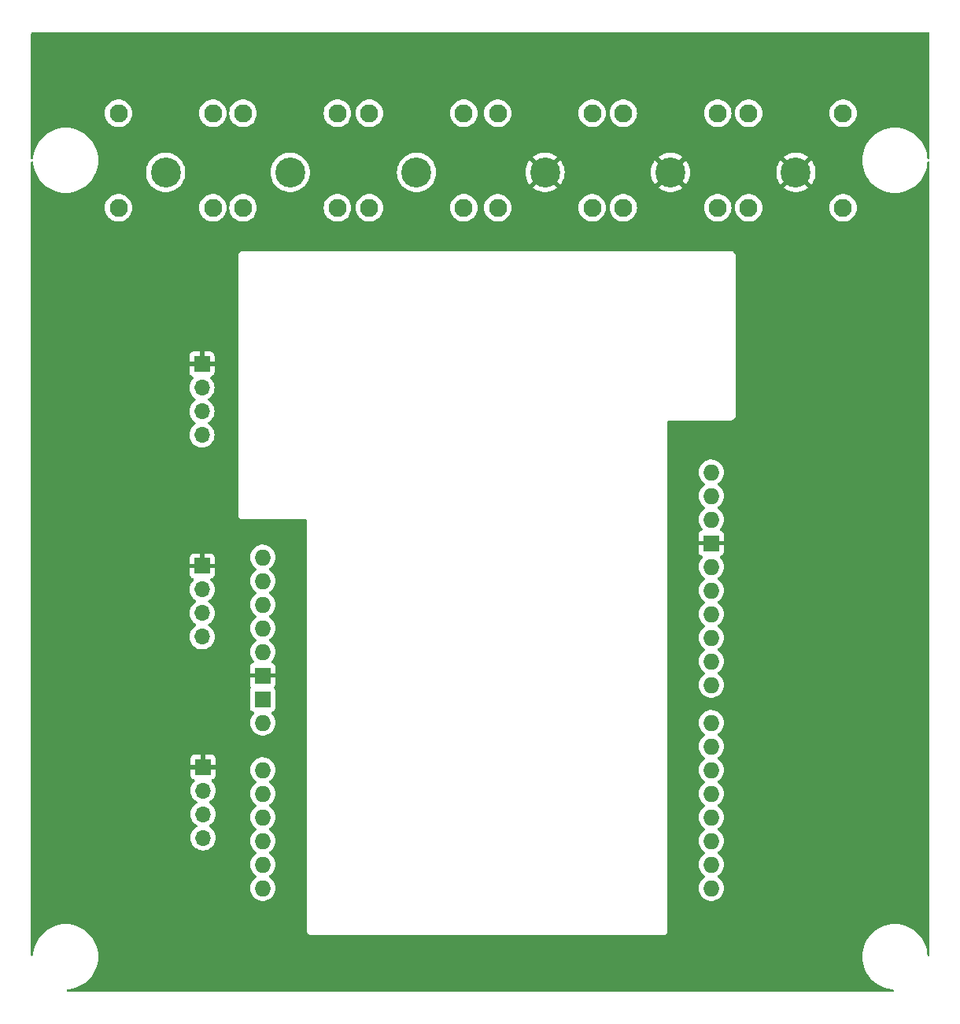
<source format=gbr>
%TF.GenerationSoftware,KiCad,Pcbnew,8.0.5*%
%TF.CreationDate,2025-03-21T11:48:15-04:00*%
%TF.ProjectId,ArduinoRev4Hat,41726475-696e-46f5-9265-76344861742e,rev?*%
%TF.SameCoordinates,Original*%
%TF.FileFunction,Copper,L2,Bot*%
%TF.FilePolarity,Positive*%
%FSLAX46Y46*%
G04 Gerber Fmt 4.6, Leading zero omitted, Abs format (unit mm)*
G04 Created by KiCad (PCBNEW 8.0.5) date 2025-03-21 11:48:15*
%MOMM*%
%LPD*%
G01*
G04 APERTURE LIST*
%TA.AperFunction,ComponentPad*%
%ADD10C,3.216000*%
%TD*%
%TA.AperFunction,ComponentPad*%
%ADD11C,1.950000*%
%TD*%
%TA.AperFunction,ComponentPad*%
%ADD12R,1.700000X1.700000*%
%TD*%
%TA.AperFunction,ComponentPad*%
%ADD13O,1.700000X1.700000*%
%TD*%
%TA.AperFunction,ComponentPad*%
%ADD14O,1.727200X1.727200*%
%TD*%
%TA.AperFunction,ComponentPad*%
%ADD15R,1.727200X1.727200*%
%TD*%
G04 APERTURE END LIST*
D10*
%TO.P,J7,1,1*%
%TO.N,/VM_Z*%
X128400000Y-47500000D03*
D11*
%TO.P,J7,S1*%
%TO.N,N/C*%
X133480000Y-51300000D03*
%TO.P,J7,S2*%
X123320000Y-51300000D03*
%TO.P,J7,S3*%
X123320000Y-41140000D03*
%TO.P,J7,S4*%
X133480000Y-41140000D03*
%TD*%
D12*
%TO.P,J5,1,Pin_1*%
%TO.N,GND*%
X132300000Y-68100000D03*
D13*
%TO.P,J5,2,Pin_2*%
%TO.N,/VM_X*%
X132300000Y-70640000D03*
%TO.P,J5,3,Pin_3*%
%TO.N,/IN1_X*%
X132300000Y-73180000D03*
%TO.P,J5,4,Pin_4*%
%TO.N,/IN2_X*%
X132300000Y-75720000D03*
%TD*%
D10*
%TO.P,J9,1,1*%
%TO.N,GND*%
X196215000Y-47495000D03*
D11*
%TO.P,J9,S1*%
%TO.N,N/C*%
X201295000Y-51295000D03*
%TO.P,J9,S2*%
X191135000Y-51295000D03*
%TO.P,J9,S3*%
X191135000Y-41135000D03*
%TO.P,J9,S4*%
X201295000Y-41135000D03*
%TD*%
D10*
%TO.P,J10,1,1*%
%TO.N,GND*%
X169215000Y-47495000D03*
D11*
%TO.P,J10,S1*%
%TO.N,N/C*%
X174295000Y-51295000D03*
%TO.P,J10,S2*%
X164135000Y-51295000D03*
%TO.P,J10,S3*%
X164135000Y-41135000D03*
%TO.P,J10,S4*%
X174295000Y-41135000D03*
%TD*%
D12*
%TO.P,J4,1,Pin_1*%
%TO.N,GND*%
X132330000Y-89800000D03*
D13*
%TO.P,J4,2,Pin_2*%
%TO.N,/VM_Y*%
X132330000Y-92340000D03*
%TO.P,J4,3,Pin_3*%
%TO.N,/IN1_Y*%
X132330000Y-94880000D03*
%TO.P,J4,4,Pin_4*%
%TO.N,/IN2_Y*%
X132330000Y-97420000D03*
%TD*%
D10*
%TO.P,J8,1,1*%
%TO.N,/VM_Y*%
X141800000Y-47500000D03*
D11*
%TO.P,J8,S1*%
%TO.N,N/C*%
X146880000Y-51300000D03*
%TO.P,J8,S2*%
X136720000Y-51300000D03*
%TO.P,J8,S3*%
X136720000Y-41140000D03*
%TO.P,J8,S4*%
X146880000Y-41140000D03*
%TD*%
D10*
%TO.P,J11,1,1*%
%TO.N,GND*%
X182715000Y-47495000D03*
D11*
%TO.P,J11,S1*%
%TO.N,N/C*%
X187795000Y-51295000D03*
%TO.P,J11,S2*%
X177635000Y-51295000D03*
%TO.P,J11,S3*%
X177635000Y-41135000D03*
%TO.P,J11,S4*%
X187795000Y-41135000D03*
%TD*%
D10*
%TO.P,J6,1,1*%
%TO.N,/VM_X*%
X155400000Y-47500000D03*
D11*
%TO.P,J6,S1*%
%TO.N,N/C*%
X160480000Y-51300000D03*
%TO.P,J6,S2*%
X150320000Y-51300000D03*
%TO.P,J6,S3*%
X150320000Y-41140000D03*
%TO.P,J6,S4*%
X160480000Y-41140000D03*
%TD*%
D12*
%TO.P,J3,1,Pin_1*%
%TO.N,GND*%
X132430000Y-111400000D03*
D13*
%TO.P,J3,2,Pin_2*%
%TO.N,/VM_Z*%
X132430000Y-113940000D03*
%TO.P,J3,3,Pin_3*%
%TO.N,/IN1_Z*%
X132430000Y-116480000D03*
%TO.P,J3,4,Pin_4*%
%TO.N,/IN2_Z*%
X132430000Y-119020000D03*
%TD*%
D14*
%TO.P,A1,3V3,3.3V*%
%TO.N,unconnected-(A1-3.3V-Pad3V3)*%
X138840000Y-96490000D03*
%TO.P,A1,5V1,5V*%
%TO.N,unconnected-(A1-5V-Pad5V1)*%
X138840000Y-99030000D03*
%TO.P,A1,A0,A0*%
%TO.N,unconnected-(A1-PadA0)*%
X138840000Y-111730000D03*
%TO.P,A1,A1,A1*%
%TO.N,unconnected-(A1-PadA1)*%
X138840000Y-114270000D03*
%TO.P,A1,A2,A2*%
%TO.N,unconnected-(A1-PadA2)*%
X138840000Y-116810000D03*
%TO.P,A1,A3,A3*%
%TO.N,unconnected-(A1-PadA3)*%
X138840000Y-119350000D03*
%TO.P,A1,A4,A4*%
%TO.N,unconnected-(A1-PadA4)*%
X138840000Y-121890000D03*
%TO.P,A1,A5,A5*%
%TO.N,unconnected-(A1-PadA5)*%
X138840000Y-124430000D03*
%TO.P,A1,AREF,AREF*%
%TO.N,unconnected-(A1-PadAREF)*%
X187100000Y-84806000D03*
%TO.P,A1,BOOT,BOOT*%
%TO.N,unconnected-(A1-PadBOOT)*%
X138840000Y-88870000D03*
%TO.P,A1,D0,D0/RX*%
%TO.N,unconnected-(A1-D0{slash}RX-PadD0)*%
X187100000Y-124430000D03*
%TO.P,A1,D1,D1/TX*%
%TO.N,unconnected-(A1-D1{slash}TX-PadD1)*%
X187100000Y-121890000D03*
%TO.P,A1,D2,D2*%
%TO.N,unconnected-(A1-PadD2)*%
X187100000Y-119350000D03*
%TO.P,A1,D3,D3*%
%TO.N,/IN1_Z*%
X187100000Y-116810000D03*
%TO.P,A1,D4,D4*%
%TO.N,unconnected-(A1-PadD4)*%
X187100000Y-114270000D03*
%TO.P,A1,D5,D5*%
%TO.N,/IN2_Z*%
X187100000Y-111730000D03*
%TO.P,A1,D6,D6*%
%TO.N,/IN1_Y*%
X187100000Y-109190000D03*
%TO.P,A1,D7,D7*%
%TO.N,unconnected-(A1-PadD7)*%
X187100000Y-106650000D03*
%TO.P,A1,D8,D8*%
%TO.N,unconnected-(A1-PadD8)*%
X187100000Y-102586000D03*
%TO.P,A1,D9,D9*%
%TO.N,/IN2_Y*%
X187100000Y-100046000D03*
%TO.P,A1,D10,D10*%
%TO.N,/IN1_X*%
X187100000Y-97506000D03*
%TO.P,A1,D11,D11*%
%TO.N,/IN2_X*%
X187100000Y-94966000D03*
%TO.P,A1,D12,D12*%
%TO.N,unconnected-(A1-PadD12)*%
X187100000Y-92426000D03*
%TO.P,A1,D13,D13*%
%TO.N,unconnected-(A1-PadD13)*%
X187100000Y-89886000D03*
D15*
%TO.P,A1,GND1,GND*%
%TO.N,GND*%
X187100000Y-87346000D03*
%TO.P,A1,GND2,GND*%
X138840000Y-101570000D03*
%TO.P,A1,GND3,GND*%
%TO.N,unconnected-(A1-GND-PadGND3)*%
X138840000Y-104110000D03*
D14*
%TO.P,A1,IORF,IOREF*%
%TO.N,unconnected-(A1-IOREF-PadIORF)*%
X138840000Y-91410000D03*
%TO.P,A1,RST1,RESET*%
%TO.N,unconnected-(A1-RESET-PadRST1)*%
X138840000Y-93950000D03*
%TO.P,A1,SCL,SCL*%
%TO.N,unconnected-(A1-PadSCL)*%
X187100000Y-79726000D03*
%TO.P,A1,SDA,SDA*%
%TO.N,unconnected-(A1-PadSDA)*%
X187100000Y-82266000D03*
%TO.P,A1,VIN,VIN*%
%TO.N,unconnected-(A1-PadVIN)*%
X138840000Y-106650000D03*
%TD*%
%TA.AperFunction,Conductor*%
%TO.N,GND*%
G36*
X210542539Y-32470185D02*
G01*
X210588294Y-32522989D01*
X210599500Y-32574500D01*
X210599500Y-45976388D01*
X210579815Y-46043427D01*
X210527011Y-46089182D01*
X210457853Y-46099126D01*
X210394297Y-46070101D01*
X210356523Y-46011323D01*
X210351670Y-45982878D01*
X210351330Y-45976388D01*
X210343461Y-45826237D01*
X210286064Y-45463847D01*
X210191101Y-45109442D01*
X210059614Y-44766905D01*
X209893041Y-44439989D01*
X209693210Y-44132275D01*
X209462308Y-43847135D01*
X209202865Y-43587692D01*
X208917725Y-43356790D01*
X208917723Y-43356788D01*
X208610015Y-43156961D01*
X208283098Y-42990387D01*
X207940565Y-42858901D01*
X207940558Y-42858899D01*
X207586153Y-42763936D01*
X207586149Y-42763935D01*
X207586148Y-42763935D01*
X207223764Y-42706539D01*
X206857360Y-42687337D01*
X206857358Y-42687337D01*
X206490953Y-42706539D01*
X206128570Y-42763935D01*
X206128568Y-42763935D01*
X205774152Y-42858901D01*
X205431619Y-42990387D01*
X205104702Y-43156961D01*
X204796994Y-43356788D01*
X204511857Y-43587688D01*
X204511849Y-43587695D01*
X204252413Y-43847131D01*
X204252406Y-43847139D01*
X204021506Y-44132276D01*
X203821679Y-44439984D01*
X203655105Y-44766901D01*
X203523619Y-45109434D01*
X203428653Y-45463850D01*
X203428653Y-45463852D01*
X203371257Y-45826235D01*
X203364486Y-45955432D01*
X203352055Y-46192641D01*
X203371257Y-46559045D01*
X203428654Y-46921435D01*
X203430896Y-46929804D01*
X203523619Y-47275847D01*
X203655105Y-47618380D01*
X203821679Y-47945297D01*
X204021506Y-48253005D01*
X204169534Y-48435804D01*
X204252410Y-48538147D01*
X204511853Y-48797590D01*
X204511857Y-48797593D01*
X204796994Y-49028493D01*
X205093737Y-49221199D01*
X205104707Y-49228323D01*
X205431623Y-49394896D01*
X205774160Y-49526383D01*
X206128565Y-49621346D01*
X206490955Y-49678743D01*
X206837093Y-49696882D01*
X206857358Y-49697945D01*
X206857359Y-49697945D01*
X206857360Y-49697945D01*
X206876562Y-49696938D01*
X207223763Y-49678743D01*
X207586153Y-49621346D01*
X207940558Y-49526383D01*
X208283095Y-49394896D01*
X208610011Y-49228323D01*
X208917725Y-49028492D01*
X209202865Y-48797590D01*
X209462308Y-48538147D01*
X209693210Y-48253007D01*
X209893041Y-47945293D01*
X210059614Y-47618377D01*
X210191101Y-47275840D01*
X210286064Y-46921435D01*
X210343461Y-46559045D01*
X210351670Y-46402402D01*
X210374836Y-46336486D01*
X210429962Y-46293557D01*
X210499546Y-46287247D01*
X210561496Y-46319558D01*
X210596142Y-46380233D01*
X210599500Y-46408893D01*
X210599500Y-131591106D01*
X210579815Y-131658145D01*
X210527011Y-131703900D01*
X210457853Y-131713844D01*
X210394297Y-131684819D01*
X210356523Y-131626041D01*
X210351670Y-131597596D01*
X210351330Y-131591106D01*
X210343461Y-131440955D01*
X210286064Y-131078565D01*
X210191101Y-130724160D01*
X210059614Y-130381623D01*
X209893041Y-130054707D01*
X209693210Y-129746993D01*
X209462308Y-129461853D01*
X209202865Y-129202410D01*
X209170369Y-129176095D01*
X208917723Y-128971506D01*
X208610015Y-128771679D01*
X208283098Y-128605105D01*
X207940565Y-128473619D01*
X207940558Y-128473617D01*
X207586153Y-128378654D01*
X207586149Y-128378653D01*
X207586148Y-128378653D01*
X207223764Y-128321257D01*
X206857360Y-128302055D01*
X206857358Y-128302055D01*
X206490953Y-128321257D01*
X206128570Y-128378653D01*
X206128568Y-128378653D01*
X205774152Y-128473619D01*
X205431619Y-128605105D01*
X205104702Y-128771679D01*
X204796994Y-128971506D01*
X204511857Y-129202406D01*
X204511849Y-129202413D01*
X204252413Y-129461849D01*
X204252406Y-129461857D01*
X204021506Y-129746994D01*
X203821679Y-130054702D01*
X203655105Y-130381619D01*
X203523619Y-130724152D01*
X203428653Y-131078568D01*
X203428653Y-131078570D01*
X203371257Y-131440953D01*
X203352055Y-131807358D01*
X203352055Y-131807359D01*
X203371257Y-132173764D01*
X203428653Y-132536147D01*
X203428653Y-132536149D01*
X203523619Y-132890565D01*
X203655105Y-133233098D01*
X203821679Y-133560015D01*
X204021506Y-133867723D01*
X204021508Y-133867725D01*
X204252410Y-134152865D01*
X204511853Y-134412308D01*
X204511857Y-134412311D01*
X204796994Y-134643211D01*
X205104702Y-134843038D01*
X205104707Y-134843041D01*
X205431623Y-135009614D01*
X205774160Y-135141101D01*
X206128565Y-135236064D01*
X206490955Y-135293461D01*
X206647596Y-135301670D01*
X206713513Y-135324836D01*
X206756442Y-135379962D01*
X206762752Y-135449546D01*
X206730441Y-135511496D01*
X206669766Y-135546142D01*
X206641106Y-135549500D01*
X117858894Y-135549500D01*
X117791855Y-135529815D01*
X117746100Y-135477011D01*
X117736156Y-135407853D01*
X117765181Y-135344297D01*
X117823959Y-135306523D01*
X117852403Y-135301670D01*
X118009045Y-135293461D01*
X118371435Y-135236064D01*
X118725840Y-135141101D01*
X119068377Y-135009614D01*
X119395293Y-134843041D01*
X119703007Y-134643210D01*
X119988147Y-134412308D01*
X120247590Y-134152865D01*
X120478492Y-133867725D01*
X120678323Y-133560011D01*
X120844896Y-133233095D01*
X120976383Y-132890558D01*
X121071346Y-132536153D01*
X121128743Y-132173763D01*
X121147945Y-131807359D01*
X121128743Y-131440955D01*
X121071346Y-131078565D01*
X120976383Y-130724160D01*
X120844896Y-130381623D01*
X120678323Y-130054707D01*
X120478492Y-129746993D01*
X120247590Y-129461853D01*
X119988147Y-129202410D01*
X119955651Y-129176095D01*
X119703005Y-128971506D01*
X119395297Y-128771679D01*
X119068380Y-128605105D01*
X118725847Y-128473619D01*
X118725840Y-128473617D01*
X118371435Y-128378654D01*
X118371431Y-128378653D01*
X118371430Y-128378653D01*
X118009046Y-128321257D01*
X117642642Y-128302055D01*
X117642640Y-128302055D01*
X117276235Y-128321257D01*
X116913852Y-128378653D01*
X116913850Y-128378653D01*
X116559434Y-128473619D01*
X116216901Y-128605105D01*
X115889984Y-128771679D01*
X115582276Y-128971506D01*
X115297139Y-129202406D01*
X115297131Y-129202413D01*
X115037695Y-129461849D01*
X115037688Y-129461857D01*
X114806788Y-129746994D01*
X114606961Y-130054702D01*
X114440387Y-130381619D01*
X114308901Y-130724152D01*
X114213935Y-131078568D01*
X114213935Y-131078570D01*
X114156539Y-131440953D01*
X114148330Y-131597596D01*
X114125164Y-131663513D01*
X114070038Y-131706442D01*
X114000454Y-131712752D01*
X113938504Y-131680441D01*
X113903858Y-131619766D01*
X113900500Y-131591106D01*
X113900500Y-113939999D01*
X131074341Y-113939999D01*
X131074341Y-113940000D01*
X131094936Y-114175403D01*
X131094938Y-114175413D01*
X131156094Y-114403655D01*
X131156096Y-114403659D01*
X131156097Y-114403663D01*
X131198823Y-114495289D01*
X131255965Y-114617830D01*
X131255967Y-114617834D01*
X131391501Y-114811395D01*
X131391506Y-114811402D01*
X131558597Y-114978493D01*
X131558603Y-114978498D01*
X131744158Y-115108425D01*
X131787783Y-115163002D01*
X131794977Y-115232500D01*
X131763454Y-115294855D01*
X131744158Y-115311575D01*
X131558597Y-115441505D01*
X131391505Y-115608597D01*
X131255965Y-115802169D01*
X131255964Y-115802171D01*
X131156098Y-116016335D01*
X131156094Y-116016344D01*
X131094938Y-116244586D01*
X131094936Y-116244596D01*
X131074341Y-116479999D01*
X131074341Y-116480000D01*
X131094936Y-116715403D01*
X131094938Y-116715413D01*
X131156094Y-116943655D01*
X131156096Y-116943659D01*
X131156097Y-116943663D01*
X131198823Y-117035289D01*
X131255965Y-117157830D01*
X131255967Y-117157834D01*
X131391501Y-117351395D01*
X131391506Y-117351402D01*
X131558597Y-117518493D01*
X131558603Y-117518498D01*
X131744158Y-117648425D01*
X131787783Y-117703002D01*
X131794977Y-117772500D01*
X131763454Y-117834855D01*
X131744158Y-117851575D01*
X131558597Y-117981505D01*
X131391505Y-118148597D01*
X131255965Y-118342169D01*
X131255964Y-118342171D01*
X131156098Y-118556335D01*
X131156094Y-118556344D01*
X131094938Y-118784586D01*
X131094936Y-118784596D01*
X131074341Y-119019999D01*
X131074341Y-119020000D01*
X131094936Y-119255403D01*
X131094938Y-119255413D01*
X131156094Y-119483655D01*
X131156096Y-119483659D01*
X131156097Y-119483663D01*
X131198823Y-119575289D01*
X131255965Y-119697830D01*
X131255967Y-119697834D01*
X131323611Y-119794439D01*
X131391505Y-119891401D01*
X131558599Y-120058495D01*
X131655384Y-120126265D01*
X131752165Y-120194032D01*
X131752167Y-120194033D01*
X131752170Y-120194035D01*
X131966337Y-120293903D01*
X132194592Y-120355063D01*
X132382918Y-120371539D01*
X132429999Y-120375659D01*
X132430000Y-120375659D01*
X132430001Y-120375659D01*
X132469234Y-120372226D01*
X132665408Y-120355063D01*
X132893663Y-120293903D01*
X133107830Y-120194035D01*
X133301401Y-120058495D01*
X133468495Y-119891401D01*
X133604035Y-119697830D01*
X133703903Y-119483663D01*
X133765063Y-119255408D01*
X133785659Y-119020000D01*
X133765063Y-118784592D01*
X133703903Y-118556337D01*
X133604035Y-118342171D01*
X133507362Y-118204106D01*
X133468494Y-118148597D01*
X133301402Y-117981506D01*
X133301396Y-117981501D01*
X133115842Y-117851575D01*
X133072217Y-117796998D01*
X133065023Y-117727500D01*
X133096546Y-117665145D01*
X133115842Y-117648425D01*
X133138026Y-117632891D01*
X133301401Y-117518495D01*
X133468495Y-117351401D01*
X133604035Y-117157830D01*
X133703903Y-116943663D01*
X133765063Y-116715408D01*
X133785659Y-116480000D01*
X133765063Y-116244592D01*
X133703903Y-116016337D01*
X133604035Y-115802171D01*
X133507362Y-115664106D01*
X133468494Y-115608597D01*
X133301402Y-115441506D01*
X133301396Y-115441501D01*
X133115842Y-115311575D01*
X133072217Y-115256998D01*
X133065023Y-115187500D01*
X133096546Y-115125145D01*
X133115842Y-115108425D01*
X133138026Y-115092891D01*
X133301401Y-114978495D01*
X133468495Y-114811401D01*
X133604035Y-114617830D01*
X133703903Y-114403663D01*
X133765063Y-114175408D01*
X133785659Y-113940000D01*
X133765063Y-113704592D01*
X133703903Y-113476337D01*
X133604035Y-113262171D01*
X133507361Y-113124106D01*
X133468496Y-113068600D01*
X133408278Y-113008382D01*
X133346179Y-112946283D01*
X133312696Y-112884963D01*
X133317680Y-112815271D01*
X133359551Y-112759337D01*
X133390529Y-112742422D01*
X133522086Y-112693354D01*
X133522093Y-112693350D01*
X133637187Y-112607190D01*
X133637190Y-112607187D01*
X133723350Y-112492093D01*
X133723354Y-112492086D01*
X133773596Y-112357379D01*
X133773598Y-112357372D01*
X133779999Y-112297844D01*
X133780000Y-112297827D01*
X133780000Y-111729993D01*
X137471225Y-111729993D01*
X137471225Y-111730006D01*
X137489892Y-111955289D01*
X137545388Y-112174439D01*
X137636198Y-112381466D01*
X137759842Y-112570716D01*
X137759850Y-112570727D01*
X137912950Y-112737036D01*
X137912954Y-112737040D01*
X138091351Y-112875893D01*
X138108111Y-112884963D01*
X138119165Y-112890945D01*
X138168755Y-112940165D01*
X138183863Y-113008382D01*
X138159692Y-113073937D01*
X138119165Y-113109055D01*
X138091352Y-113124106D01*
X137912955Y-113262959D01*
X137912950Y-113262963D01*
X137759850Y-113429272D01*
X137759842Y-113429283D01*
X137636198Y-113618533D01*
X137545388Y-113825560D01*
X137489892Y-114044710D01*
X137471225Y-114269993D01*
X137471225Y-114270006D01*
X137489892Y-114495289D01*
X137545388Y-114714439D01*
X137636198Y-114921466D01*
X137759842Y-115110716D01*
X137759850Y-115110727D01*
X137894504Y-115256998D01*
X137912954Y-115277040D01*
X138091351Y-115415893D01*
X138119165Y-115430945D01*
X138168755Y-115480165D01*
X138183863Y-115548382D01*
X138159692Y-115613937D01*
X138119165Y-115649055D01*
X138091352Y-115664106D01*
X137912955Y-115802959D01*
X137912950Y-115802963D01*
X137759850Y-115969272D01*
X137759842Y-115969283D01*
X137636198Y-116158533D01*
X137545388Y-116365560D01*
X137489892Y-116584710D01*
X137471225Y-116809993D01*
X137471225Y-116810006D01*
X137489892Y-117035289D01*
X137545388Y-117254439D01*
X137636198Y-117461466D01*
X137759842Y-117650716D01*
X137759850Y-117650727D01*
X137894504Y-117796998D01*
X137912954Y-117817040D01*
X138091351Y-117955893D01*
X138119165Y-117970945D01*
X138168755Y-118020165D01*
X138183863Y-118088382D01*
X138159692Y-118153937D01*
X138119165Y-118189055D01*
X138091352Y-118204106D01*
X137912955Y-118342959D01*
X137912950Y-118342963D01*
X137759850Y-118509272D01*
X137759842Y-118509283D01*
X137636198Y-118698533D01*
X137545388Y-118905560D01*
X137489892Y-119124710D01*
X137471225Y-119349993D01*
X137471225Y-119350006D01*
X137489892Y-119575289D01*
X137545388Y-119794439D01*
X137636198Y-120001466D01*
X137759842Y-120190716D01*
X137759850Y-120190727D01*
X137911132Y-120355061D01*
X137912954Y-120357040D01*
X138091351Y-120495893D01*
X138119165Y-120510945D01*
X138168755Y-120560165D01*
X138183863Y-120628382D01*
X138159692Y-120693937D01*
X138119165Y-120729055D01*
X138091352Y-120744106D01*
X137912955Y-120882959D01*
X137912950Y-120882963D01*
X137759850Y-121049272D01*
X137759842Y-121049283D01*
X137636198Y-121238533D01*
X137545388Y-121445560D01*
X137489892Y-121664710D01*
X137471225Y-121889993D01*
X137471225Y-121890006D01*
X137489892Y-122115289D01*
X137545388Y-122334439D01*
X137636198Y-122541466D01*
X137759842Y-122730716D01*
X137759850Y-122730727D01*
X137912950Y-122897036D01*
X137912954Y-122897040D01*
X138091351Y-123035893D01*
X138119165Y-123050945D01*
X138168755Y-123100165D01*
X138183863Y-123168382D01*
X138159692Y-123233937D01*
X138119165Y-123269055D01*
X138091352Y-123284106D01*
X137912955Y-123422959D01*
X137912950Y-123422963D01*
X137759850Y-123589272D01*
X137759842Y-123589283D01*
X137636198Y-123778533D01*
X137545388Y-123985560D01*
X137489892Y-124204710D01*
X137471225Y-124429993D01*
X137471225Y-124430006D01*
X137489892Y-124655289D01*
X137545388Y-124874439D01*
X137636198Y-125081466D01*
X137759842Y-125270716D01*
X137759850Y-125270727D01*
X137912950Y-125437036D01*
X137912954Y-125437040D01*
X138091351Y-125575893D01*
X138290169Y-125683488D01*
X138290172Y-125683489D01*
X138503982Y-125756890D01*
X138503984Y-125756890D01*
X138503986Y-125756891D01*
X138726967Y-125794100D01*
X138726968Y-125794100D01*
X138953032Y-125794100D01*
X138953033Y-125794100D01*
X139176014Y-125756891D01*
X139389831Y-125683488D01*
X139588649Y-125575893D01*
X139767046Y-125437040D01*
X139920156Y-125270719D01*
X140043802Y-125081465D01*
X140134611Y-124874441D01*
X140190107Y-124655293D01*
X140208775Y-124430000D01*
X140208775Y-124429993D01*
X140190107Y-124204710D01*
X140190107Y-124204707D01*
X140134611Y-123985559D01*
X140043802Y-123778535D01*
X139920156Y-123589281D01*
X139920153Y-123589278D01*
X139920149Y-123589272D01*
X139767049Y-123422963D01*
X139767048Y-123422962D01*
X139767046Y-123422960D01*
X139588649Y-123284107D01*
X139588647Y-123284106D01*
X139588646Y-123284105D01*
X139588639Y-123284100D01*
X139560836Y-123269055D01*
X139511244Y-123219837D01*
X139496135Y-123151620D01*
X139520306Y-123086064D01*
X139560836Y-123050945D01*
X139588639Y-123035899D01*
X139588642Y-123035896D01*
X139588649Y-123035893D01*
X139767046Y-122897040D01*
X139920156Y-122730719D01*
X140043802Y-122541465D01*
X140134611Y-122334441D01*
X140190107Y-122115293D01*
X140208775Y-121890000D01*
X140208775Y-121889993D01*
X140190107Y-121664710D01*
X140190107Y-121664707D01*
X140134611Y-121445559D01*
X140043802Y-121238535D01*
X139920156Y-121049281D01*
X139920153Y-121049278D01*
X139920149Y-121049272D01*
X139767049Y-120882963D01*
X139767048Y-120882962D01*
X139767046Y-120882960D01*
X139588649Y-120744107D01*
X139588647Y-120744106D01*
X139588646Y-120744105D01*
X139588639Y-120744100D01*
X139560836Y-120729055D01*
X139511244Y-120679837D01*
X139496135Y-120611620D01*
X139520306Y-120546064D01*
X139560836Y-120510945D01*
X139588639Y-120495899D01*
X139588642Y-120495896D01*
X139588649Y-120495893D01*
X139767046Y-120357040D01*
X139866832Y-120248643D01*
X139920149Y-120190727D01*
X139920150Y-120190725D01*
X139920156Y-120190719D01*
X140043802Y-120001465D01*
X140134611Y-119794441D01*
X140190107Y-119575293D01*
X140208775Y-119350000D01*
X140208775Y-119349993D01*
X140190107Y-119124710D01*
X140190107Y-119124707D01*
X140134611Y-118905559D01*
X140043802Y-118698535D01*
X139920156Y-118509281D01*
X139920153Y-118509278D01*
X139920149Y-118509272D01*
X139767049Y-118342963D01*
X139767048Y-118342962D01*
X139767046Y-118342960D01*
X139588649Y-118204107D01*
X139588647Y-118204106D01*
X139588646Y-118204105D01*
X139588639Y-118204100D01*
X139560836Y-118189055D01*
X139511244Y-118139837D01*
X139496135Y-118071620D01*
X139520306Y-118006064D01*
X139560836Y-117970945D01*
X139588639Y-117955899D01*
X139588642Y-117955896D01*
X139588649Y-117955893D01*
X139767046Y-117817040D01*
X139906876Y-117665145D01*
X139920149Y-117650727D01*
X139920150Y-117650725D01*
X139920156Y-117650719D01*
X140043802Y-117461465D01*
X140134611Y-117254441D01*
X140190107Y-117035293D01*
X140208775Y-116810000D01*
X140208775Y-116809993D01*
X140190107Y-116584710D01*
X140190107Y-116584707D01*
X140134611Y-116365559D01*
X140043802Y-116158535D01*
X139920156Y-115969281D01*
X139920153Y-115969278D01*
X139920149Y-115969272D01*
X139767049Y-115802963D01*
X139767048Y-115802962D01*
X139767046Y-115802960D01*
X139588649Y-115664107D01*
X139588647Y-115664106D01*
X139588646Y-115664105D01*
X139588639Y-115664100D01*
X139560836Y-115649055D01*
X139511244Y-115599837D01*
X139496135Y-115531620D01*
X139520306Y-115466064D01*
X139560836Y-115430945D01*
X139588639Y-115415899D01*
X139588642Y-115415896D01*
X139588649Y-115415893D01*
X139767046Y-115277040D01*
X139906876Y-115125145D01*
X139920149Y-115110727D01*
X139920150Y-115110725D01*
X139920156Y-115110719D01*
X140043802Y-114921465D01*
X140134611Y-114714441D01*
X140190107Y-114495293D01*
X140208775Y-114270000D01*
X140208775Y-114269993D01*
X140190107Y-114044710D01*
X140190107Y-114044707D01*
X140134611Y-113825559D01*
X140043802Y-113618535D01*
X139920156Y-113429281D01*
X139920153Y-113429278D01*
X139920149Y-113429272D01*
X139767049Y-113262963D01*
X139767048Y-113262962D01*
X139767046Y-113262960D01*
X139588649Y-113124107D01*
X139588647Y-113124106D01*
X139588646Y-113124105D01*
X139588639Y-113124100D01*
X139560836Y-113109055D01*
X139511244Y-113059837D01*
X139496135Y-112991620D01*
X139520306Y-112926064D01*
X139560836Y-112890945D01*
X139588639Y-112875899D01*
X139588642Y-112875896D01*
X139588649Y-112875893D01*
X139767046Y-112737040D01*
X139920156Y-112570719D01*
X140043802Y-112381465D01*
X140134611Y-112174441D01*
X140190107Y-111955293D01*
X140208775Y-111730000D01*
X140208775Y-111729993D01*
X140190107Y-111504710D01*
X140190107Y-111504707D01*
X140134611Y-111285559D01*
X140043802Y-111078535D01*
X139920156Y-110889281D01*
X139920153Y-110889278D01*
X139920149Y-110889272D01*
X139767049Y-110722963D01*
X139767048Y-110722962D01*
X139767046Y-110722960D01*
X139588649Y-110584107D01*
X139469889Y-110519837D01*
X139389832Y-110476512D01*
X139389827Y-110476510D01*
X139176017Y-110403109D01*
X139008778Y-110375202D01*
X138953033Y-110365900D01*
X138726967Y-110365900D01*
X138682370Y-110373341D01*
X138503982Y-110403109D01*
X138290172Y-110476510D01*
X138290167Y-110476512D01*
X138091352Y-110584106D01*
X137912955Y-110722959D01*
X137912950Y-110722963D01*
X137759850Y-110889272D01*
X137759842Y-110889283D01*
X137636198Y-111078533D01*
X137545388Y-111285560D01*
X137489892Y-111504710D01*
X137471225Y-111729993D01*
X133780000Y-111729993D01*
X133780000Y-111650000D01*
X132863012Y-111650000D01*
X132895925Y-111592993D01*
X132930000Y-111465826D01*
X132930000Y-111334174D01*
X132895925Y-111207007D01*
X132863012Y-111150000D01*
X133780000Y-111150000D01*
X133780000Y-110502172D01*
X133779999Y-110502155D01*
X133773598Y-110442627D01*
X133773596Y-110442620D01*
X133723354Y-110307913D01*
X133723350Y-110307906D01*
X133637190Y-110192812D01*
X133637187Y-110192809D01*
X133522093Y-110106649D01*
X133522086Y-110106645D01*
X133387379Y-110056403D01*
X133387372Y-110056401D01*
X133327844Y-110050000D01*
X132680000Y-110050000D01*
X132680000Y-110966988D01*
X132622993Y-110934075D01*
X132495826Y-110900000D01*
X132364174Y-110900000D01*
X132237007Y-110934075D01*
X132180000Y-110966988D01*
X132180000Y-110050000D01*
X131532155Y-110050000D01*
X131472627Y-110056401D01*
X131472620Y-110056403D01*
X131337913Y-110106645D01*
X131337906Y-110106649D01*
X131222812Y-110192809D01*
X131222809Y-110192812D01*
X131136649Y-110307906D01*
X131136645Y-110307913D01*
X131086403Y-110442620D01*
X131086401Y-110442627D01*
X131080000Y-110502155D01*
X131080000Y-111150000D01*
X131996988Y-111150000D01*
X131964075Y-111207007D01*
X131930000Y-111334174D01*
X131930000Y-111465826D01*
X131964075Y-111592993D01*
X131996988Y-111650000D01*
X131080000Y-111650000D01*
X131080000Y-112297844D01*
X131086401Y-112357372D01*
X131086403Y-112357379D01*
X131136645Y-112492086D01*
X131136649Y-112492093D01*
X131222809Y-112607187D01*
X131222812Y-112607190D01*
X131337906Y-112693350D01*
X131337913Y-112693354D01*
X131469470Y-112742421D01*
X131525403Y-112784292D01*
X131549821Y-112849756D01*
X131534970Y-112918029D01*
X131513819Y-112946284D01*
X131391503Y-113068600D01*
X131255965Y-113262169D01*
X131255964Y-113262171D01*
X131156098Y-113476335D01*
X131156094Y-113476344D01*
X131094938Y-113704586D01*
X131094936Y-113704596D01*
X131074341Y-113939999D01*
X113900500Y-113939999D01*
X113900500Y-92339999D01*
X130974341Y-92339999D01*
X130974341Y-92340000D01*
X130994936Y-92575403D01*
X130994938Y-92575413D01*
X131056094Y-92803655D01*
X131056096Y-92803659D01*
X131056097Y-92803663D01*
X131121054Y-92942963D01*
X131155965Y-93017830D01*
X131155967Y-93017834D01*
X131291501Y-93211395D01*
X131291506Y-93211402D01*
X131458597Y-93378493D01*
X131458603Y-93378498D01*
X131644158Y-93508425D01*
X131687783Y-93563002D01*
X131694977Y-93632500D01*
X131663454Y-93694855D01*
X131644158Y-93711575D01*
X131458597Y-93841505D01*
X131291505Y-94008597D01*
X131155965Y-94202169D01*
X131155964Y-94202171D01*
X131056098Y-94416335D01*
X131056094Y-94416344D01*
X130994938Y-94644586D01*
X130994936Y-94644596D01*
X130974341Y-94879999D01*
X130974341Y-94880000D01*
X130994936Y-95115403D01*
X130994938Y-95115413D01*
X131056094Y-95343655D01*
X131056096Y-95343659D01*
X131056097Y-95343663D01*
X131121054Y-95482963D01*
X131155965Y-95557830D01*
X131155967Y-95557834D01*
X131291501Y-95751395D01*
X131291506Y-95751402D01*
X131458597Y-95918493D01*
X131458603Y-95918498D01*
X131644158Y-96048425D01*
X131687783Y-96103002D01*
X131694977Y-96172500D01*
X131663454Y-96234855D01*
X131644158Y-96251575D01*
X131458597Y-96381505D01*
X131291505Y-96548597D01*
X131155965Y-96742169D01*
X131155964Y-96742171D01*
X131056098Y-96956335D01*
X131056094Y-96956344D01*
X130994938Y-97184586D01*
X130994936Y-97184596D01*
X130974341Y-97419999D01*
X130974341Y-97420000D01*
X130994936Y-97655403D01*
X130994938Y-97655413D01*
X131056094Y-97883655D01*
X131056096Y-97883659D01*
X131056097Y-97883663D01*
X131121054Y-98022963D01*
X131155965Y-98097830D01*
X131155967Y-98097834D01*
X131220001Y-98189283D01*
X131291505Y-98291401D01*
X131458599Y-98458495D01*
X131536492Y-98513036D01*
X131652165Y-98594032D01*
X131652167Y-98594033D01*
X131652170Y-98594035D01*
X131866337Y-98693903D01*
X131866343Y-98693904D01*
X131866344Y-98693905D01*
X131921285Y-98708626D01*
X132094592Y-98755063D01*
X132282918Y-98771539D01*
X132329999Y-98775659D01*
X132330000Y-98775659D01*
X132330001Y-98775659D01*
X132369234Y-98772226D01*
X132565408Y-98755063D01*
X132793663Y-98693903D01*
X133007830Y-98594035D01*
X133201401Y-98458495D01*
X133368495Y-98291401D01*
X133504035Y-98097830D01*
X133603903Y-97883663D01*
X133665063Y-97655408D01*
X133685659Y-97420000D01*
X133665063Y-97184592D01*
X133603903Y-96956337D01*
X133504035Y-96742171D01*
X133485213Y-96715289D01*
X133368494Y-96548597D01*
X133201402Y-96381506D01*
X133201396Y-96381501D01*
X133015842Y-96251575D01*
X132972217Y-96196998D01*
X132965023Y-96127500D01*
X132996546Y-96065145D01*
X133015842Y-96048425D01*
X133038026Y-96032891D01*
X133201401Y-95918495D01*
X133368495Y-95751401D01*
X133504035Y-95557830D01*
X133603903Y-95343663D01*
X133665063Y-95115408D01*
X133685659Y-94880000D01*
X133665063Y-94644592D01*
X133603903Y-94416337D01*
X133504035Y-94202171D01*
X133485213Y-94175289D01*
X133368494Y-94008597D01*
X133201402Y-93841506D01*
X133201396Y-93841501D01*
X133015842Y-93711575D01*
X132972217Y-93656998D01*
X132965023Y-93587500D01*
X132996546Y-93525145D01*
X133015842Y-93508425D01*
X133038026Y-93492891D01*
X133201401Y-93378495D01*
X133368495Y-93211401D01*
X133504035Y-93017830D01*
X133603903Y-92803663D01*
X133665063Y-92575408D01*
X133685659Y-92340000D01*
X133665063Y-92104592D01*
X133603903Y-91876337D01*
X133504035Y-91662171D01*
X133450196Y-91585281D01*
X133368496Y-91468600D01*
X133309889Y-91409993D01*
X133246179Y-91346283D01*
X133212696Y-91284963D01*
X133217680Y-91215271D01*
X133259551Y-91159337D01*
X133290529Y-91142422D01*
X133422086Y-91093354D01*
X133422093Y-91093350D01*
X133537187Y-91007190D01*
X133537190Y-91007187D01*
X133623350Y-90892093D01*
X133623354Y-90892086D01*
X133673596Y-90757379D01*
X133673598Y-90757372D01*
X133679999Y-90697844D01*
X133680000Y-90697827D01*
X133680000Y-90050000D01*
X132763012Y-90050000D01*
X132795925Y-89992993D01*
X132830000Y-89865826D01*
X132830000Y-89734174D01*
X132795925Y-89607007D01*
X132763012Y-89550000D01*
X133680000Y-89550000D01*
X133680000Y-88902172D01*
X133679999Y-88902155D01*
X133676541Y-88869993D01*
X137471225Y-88869993D01*
X137471225Y-88870006D01*
X137489892Y-89095289D01*
X137545388Y-89314439D01*
X137636198Y-89521466D01*
X137759842Y-89710716D01*
X137759850Y-89710727D01*
X137912950Y-89877036D01*
X137912954Y-89877040D01*
X138091351Y-90015893D01*
X138119165Y-90030945D01*
X138168755Y-90080165D01*
X138183863Y-90148382D01*
X138159692Y-90213937D01*
X138119165Y-90249055D01*
X138091352Y-90264106D01*
X137912955Y-90402959D01*
X137912950Y-90402963D01*
X137759850Y-90569272D01*
X137759842Y-90569283D01*
X137636198Y-90758533D01*
X137545388Y-90965560D01*
X137489892Y-91184710D01*
X137471225Y-91409993D01*
X137471225Y-91410006D01*
X137489892Y-91635289D01*
X137545388Y-91854439D01*
X137636198Y-92061466D01*
X137759842Y-92250716D01*
X137759850Y-92250727D01*
X137842032Y-92339999D01*
X137912954Y-92417040D01*
X138091351Y-92555893D01*
X138119165Y-92570945D01*
X138168755Y-92620165D01*
X138183863Y-92688382D01*
X138159692Y-92753937D01*
X138119165Y-92789055D01*
X138091352Y-92804106D01*
X137912955Y-92942959D01*
X137912950Y-92942963D01*
X137759850Y-93109272D01*
X137759842Y-93109283D01*
X137636198Y-93298533D01*
X137545388Y-93505560D01*
X137489892Y-93724710D01*
X137471225Y-93949993D01*
X137471225Y-93950006D01*
X137489892Y-94175289D01*
X137545388Y-94394439D01*
X137636198Y-94601466D01*
X137759842Y-94790716D01*
X137759850Y-94790727D01*
X137842032Y-94879999D01*
X137912954Y-94957040D01*
X138091351Y-95095893D01*
X138119165Y-95110945D01*
X138168755Y-95160165D01*
X138183863Y-95228382D01*
X138159692Y-95293937D01*
X138119165Y-95329055D01*
X138091352Y-95344106D01*
X137912955Y-95482959D01*
X137912950Y-95482963D01*
X137759850Y-95649272D01*
X137759842Y-95649283D01*
X137636198Y-95838533D01*
X137545388Y-96045560D01*
X137489892Y-96264710D01*
X137471225Y-96489993D01*
X137471225Y-96490006D01*
X137489892Y-96715289D01*
X137545388Y-96934439D01*
X137636198Y-97141466D01*
X137759842Y-97330716D01*
X137759850Y-97330727D01*
X137842032Y-97419999D01*
X137912954Y-97497040D01*
X138091351Y-97635893D01*
X138119165Y-97650945D01*
X138168755Y-97700165D01*
X138183863Y-97768382D01*
X138159692Y-97833937D01*
X138119165Y-97869055D01*
X138091352Y-97884106D01*
X137912955Y-98022959D01*
X137912950Y-98022963D01*
X137759850Y-98189272D01*
X137759842Y-98189283D01*
X137636198Y-98378533D01*
X137545388Y-98585560D01*
X137489892Y-98804710D01*
X137471225Y-99029993D01*
X137471225Y-99030006D01*
X137489892Y-99255289D01*
X137545388Y-99474439D01*
X137636198Y-99681466D01*
X137727169Y-99820707D01*
X137759844Y-99870719D01*
X137897245Y-100019976D01*
X137928167Y-100082629D01*
X137920307Y-100152055D01*
X137876160Y-100206211D01*
X137849349Y-100220140D01*
X137734311Y-100263046D01*
X137734306Y-100263049D01*
X137619212Y-100349209D01*
X137619209Y-100349212D01*
X137533049Y-100464306D01*
X137533045Y-100464313D01*
X137482803Y-100599020D01*
X137482801Y-100599027D01*
X137476400Y-100658555D01*
X137476400Y-101320000D01*
X138397749Y-101320000D01*
X138366619Y-101373919D01*
X138332000Y-101503120D01*
X138332000Y-101636880D01*
X138366619Y-101766081D01*
X138397749Y-101820000D01*
X137476400Y-101820000D01*
X137476400Y-102481444D01*
X137482801Y-102540972D01*
X137482803Y-102540979D01*
X137533045Y-102675686D01*
X137533046Y-102675688D01*
X137600109Y-102765272D01*
X137624526Y-102830736D01*
X137609675Y-102899009D01*
X137600109Y-102913894D01*
X137532604Y-103004069D01*
X137532602Y-103004071D01*
X137482308Y-103138917D01*
X137475901Y-103198516D01*
X137475901Y-103198523D01*
X137475900Y-103198535D01*
X137475900Y-105021470D01*
X137475901Y-105021476D01*
X137482308Y-105081083D01*
X137532602Y-105215928D01*
X137532606Y-105215935D01*
X137618852Y-105331144D01*
X137618855Y-105331147D01*
X137734064Y-105417393D01*
X137734071Y-105417397D01*
X137848983Y-105460256D01*
X137904916Y-105502127D01*
X137929334Y-105567591D01*
X137914483Y-105635864D01*
X137896880Y-105660421D01*
X137759845Y-105809279D01*
X137759842Y-105809283D01*
X137636198Y-105998533D01*
X137545388Y-106205560D01*
X137489892Y-106424710D01*
X137471225Y-106649993D01*
X137471225Y-106650006D01*
X137489892Y-106875289D01*
X137545388Y-107094439D01*
X137636198Y-107301466D01*
X137759842Y-107490716D01*
X137759850Y-107490727D01*
X137912950Y-107657036D01*
X137912954Y-107657040D01*
X138091351Y-107795893D01*
X138290169Y-107903488D01*
X138290172Y-107903489D01*
X138503982Y-107976890D01*
X138503984Y-107976890D01*
X138503986Y-107976891D01*
X138726967Y-108014100D01*
X138726968Y-108014100D01*
X138953032Y-108014100D01*
X138953033Y-108014100D01*
X139176014Y-107976891D01*
X139389831Y-107903488D01*
X139588649Y-107795893D01*
X139767046Y-107657040D01*
X139920156Y-107490719D01*
X140043802Y-107301465D01*
X140134611Y-107094441D01*
X140190107Y-106875293D01*
X140208775Y-106650000D01*
X140208775Y-106649993D01*
X140190107Y-106424710D01*
X140190107Y-106424707D01*
X140134611Y-106205559D01*
X140043802Y-105998535D01*
X139920156Y-105809281D01*
X139920153Y-105809278D01*
X139920149Y-105809272D01*
X139783120Y-105660421D01*
X139752197Y-105597767D01*
X139760057Y-105528341D01*
X139804204Y-105474185D01*
X139831017Y-105460256D01*
X139945926Y-105417398D01*
X139945926Y-105417397D01*
X139945931Y-105417396D01*
X140061146Y-105331146D01*
X140147396Y-105215931D01*
X140197691Y-105081083D01*
X140204100Y-105021473D01*
X140204099Y-103198528D01*
X140197691Y-103138917D01*
X140157231Y-103030439D01*
X140147397Y-103004071D01*
X140147395Y-103004068D01*
X140079890Y-102913893D01*
X140055473Y-102848431D01*
X140070324Y-102780157D01*
X140079891Y-102765271D01*
X140146952Y-102675689D01*
X140146954Y-102675686D01*
X140197196Y-102540979D01*
X140197198Y-102540972D01*
X140203599Y-102481444D01*
X140203600Y-102481427D01*
X140203600Y-101820000D01*
X139282251Y-101820000D01*
X139313381Y-101766081D01*
X139348000Y-101636880D01*
X139348000Y-101503120D01*
X139313381Y-101373919D01*
X139282251Y-101320000D01*
X140203600Y-101320000D01*
X140203600Y-100658572D01*
X140203599Y-100658555D01*
X140197198Y-100599027D01*
X140197196Y-100599020D01*
X140146954Y-100464313D01*
X140146950Y-100464306D01*
X140060790Y-100349212D01*
X140060787Y-100349209D01*
X139945693Y-100263049D01*
X139945686Y-100263045D01*
X139830651Y-100220140D01*
X139774717Y-100178269D01*
X139750300Y-100112804D01*
X139765152Y-100044531D01*
X139782749Y-100019981D01*
X139920156Y-99870719D01*
X140043802Y-99681465D01*
X140134611Y-99474441D01*
X140190107Y-99255293D01*
X140197574Y-99165175D01*
X140208775Y-99030006D01*
X140208775Y-99029993D01*
X140190107Y-98804710D01*
X140190107Y-98804707D01*
X140134611Y-98585559D01*
X140043802Y-98378535D01*
X139920156Y-98189281D01*
X139920153Y-98189278D01*
X139920149Y-98189272D01*
X139767049Y-98022963D01*
X139767048Y-98022962D01*
X139767046Y-98022960D01*
X139588649Y-97884107D01*
X139588647Y-97884106D01*
X139588646Y-97884105D01*
X139588639Y-97884100D01*
X139560836Y-97869055D01*
X139511244Y-97819837D01*
X139496135Y-97751620D01*
X139520306Y-97686064D01*
X139560836Y-97650945D01*
X139588639Y-97635899D01*
X139588642Y-97635896D01*
X139588649Y-97635893D01*
X139767046Y-97497040D01*
X139920156Y-97330719D01*
X140043802Y-97141465D01*
X140134611Y-96934441D01*
X140190107Y-96715293D01*
X140197574Y-96625175D01*
X140208775Y-96490006D01*
X140208775Y-96489993D01*
X140190107Y-96264710D01*
X140190107Y-96264707D01*
X140134611Y-96045559D01*
X140043802Y-95838535D01*
X139920156Y-95649281D01*
X139920153Y-95649278D01*
X139920149Y-95649272D01*
X139767049Y-95482963D01*
X139767048Y-95482962D01*
X139767046Y-95482960D01*
X139588649Y-95344107D01*
X139588647Y-95344106D01*
X139588646Y-95344105D01*
X139588639Y-95344100D01*
X139560836Y-95329055D01*
X139511244Y-95279837D01*
X139496135Y-95211620D01*
X139520306Y-95146064D01*
X139560836Y-95110945D01*
X139588639Y-95095899D01*
X139588642Y-95095896D01*
X139588649Y-95095893D01*
X139767046Y-94957040D01*
X139920156Y-94790719D01*
X140043802Y-94601465D01*
X140134611Y-94394441D01*
X140190107Y-94175293D01*
X140197574Y-94085175D01*
X140208775Y-93950006D01*
X140208775Y-93949993D01*
X140190107Y-93724710D01*
X140190107Y-93724707D01*
X140134611Y-93505559D01*
X140043802Y-93298535D01*
X139920156Y-93109281D01*
X139920153Y-93109278D01*
X139920149Y-93109272D01*
X139767049Y-92942963D01*
X139767048Y-92942962D01*
X139767046Y-92942960D01*
X139588649Y-92804107D01*
X139588647Y-92804106D01*
X139588646Y-92804105D01*
X139588639Y-92804100D01*
X139560836Y-92789055D01*
X139511244Y-92739837D01*
X139496135Y-92671620D01*
X139520306Y-92606064D01*
X139560836Y-92570945D01*
X139588639Y-92555899D01*
X139588642Y-92555896D01*
X139588649Y-92555893D01*
X139767046Y-92417040D01*
X139920156Y-92250719D01*
X140043802Y-92061465D01*
X140134611Y-91854441D01*
X140190107Y-91635293D01*
X140197574Y-91545175D01*
X140208775Y-91410006D01*
X140208775Y-91409993D01*
X140192686Y-91215837D01*
X140190107Y-91184707D01*
X140134611Y-90965559D01*
X140043802Y-90758535D01*
X140004139Y-90697827D01*
X139920157Y-90569283D01*
X139920149Y-90569272D01*
X139767049Y-90402963D01*
X139767048Y-90402962D01*
X139767046Y-90402960D01*
X139588649Y-90264107D01*
X139588647Y-90264106D01*
X139588646Y-90264105D01*
X139588639Y-90264100D01*
X139560836Y-90249055D01*
X139511244Y-90199837D01*
X139496135Y-90131620D01*
X139520306Y-90066064D01*
X139560836Y-90030945D01*
X139588639Y-90015899D01*
X139588642Y-90015896D01*
X139588649Y-90015893D01*
X139767046Y-89877040D01*
X139920156Y-89710719D01*
X140043802Y-89521465D01*
X140134611Y-89314441D01*
X140190107Y-89095293D01*
X140197574Y-89005175D01*
X140208775Y-88870006D01*
X140208775Y-88869993D01*
X140195344Y-88707906D01*
X140190107Y-88644707D01*
X140134611Y-88425559D01*
X140043802Y-88218535D01*
X139920156Y-88029281D01*
X139920153Y-88029278D01*
X139920149Y-88029272D01*
X139767049Y-87862963D01*
X139767048Y-87862962D01*
X139767046Y-87862960D01*
X139588649Y-87724107D01*
X139562390Y-87709896D01*
X139389832Y-87616512D01*
X139389827Y-87616510D01*
X139176017Y-87543109D01*
X139008778Y-87515202D01*
X138953033Y-87505900D01*
X138726967Y-87505900D01*
X138682370Y-87513341D01*
X138503982Y-87543109D01*
X138290172Y-87616510D01*
X138290167Y-87616512D01*
X138091352Y-87724106D01*
X137912955Y-87862959D01*
X137912950Y-87862963D01*
X137759850Y-88029272D01*
X137759842Y-88029283D01*
X137636198Y-88218533D01*
X137545388Y-88425560D01*
X137489892Y-88644710D01*
X137471225Y-88869993D01*
X133676541Y-88869993D01*
X133673598Y-88842627D01*
X133673596Y-88842620D01*
X133623354Y-88707913D01*
X133623350Y-88707906D01*
X133537190Y-88592812D01*
X133537187Y-88592809D01*
X133422093Y-88506649D01*
X133422086Y-88506645D01*
X133287379Y-88456403D01*
X133287372Y-88456401D01*
X133227844Y-88450000D01*
X132580000Y-88450000D01*
X132580000Y-89366988D01*
X132522993Y-89334075D01*
X132395826Y-89300000D01*
X132264174Y-89300000D01*
X132137007Y-89334075D01*
X132080000Y-89366988D01*
X132080000Y-88450000D01*
X131432155Y-88450000D01*
X131372627Y-88456401D01*
X131372620Y-88456403D01*
X131237913Y-88506645D01*
X131237906Y-88506649D01*
X131122812Y-88592809D01*
X131122809Y-88592812D01*
X131036649Y-88707906D01*
X131036645Y-88707913D01*
X130986403Y-88842620D01*
X130986401Y-88842627D01*
X130980000Y-88902155D01*
X130980000Y-89550000D01*
X131896988Y-89550000D01*
X131864075Y-89607007D01*
X131830000Y-89734174D01*
X131830000Y-89865826D01*
X131864075Y-89992993D01*
X131896988Y-90050000D01*
X130980000Y-90050000D01*
X130980000Y-90697844D01*
X130986401Y-90757372D01*
X130986403Y-90757379D01*
X131036645Y-90892086D01*
X131036649Y-90892093D01*
X131122809Y-91007187D01*
X131122812Y-91007190D01*
X131237906Y-91093350D01*
X131237913Y-91093354D01*
X131369470Y-91142421D01*
X131425403Y-91184292D01*
X131449821Y-91249756D01*
X131434970Y-91318029D01*
X131413819Y-91346284D01*
X131291503Y-91468600D01*
X131155965Y-91662169D01*
X131155964Y-91662171D01*
X131056098Y-91876335D01*
X131056094Y-91876344D01*
X130994938Y-92104586D01*
X130994936Y-92104596D01*
X130974341Y-92339999D01*
X113900500Y-92339999D01*
X113900500Y-70639999D01*
X130944341Y-70639999D01*
X130944341Y-70640000D01*
X130964936Y-70875403D01*
X130964938Y-70875413D01*
X131026094Y-71103655D01*
X131026096Y-71103659D01*
X131026097Y-71103663D01*
X131125965Y-71317830D01*
X131125967Y-71317834D01*
X131261501Y-71511395D01*
X131261506Y-71511402D01*
X131428597Y-71678493D01*
X131428603Y-71678498D01*
X131614158Y-71808425D01*
X131657783Y-71863002D01*
X131664977Y-71932500D01*
X131633454Y-71994855D01*
X131614158Y-72011575D01*
X131428597Y-72141505D01*
X131261505Y-72308597D01*
X131125965Y-72502169D01*
X131125964Y-72502171D01*
X131026098Y-72716335D01*
X131026094Y-72716344D01*
X130964938Y-72944586D01*
X130964936Y-72944596D01*
X130944341Y-73179999D01*
X130944341Y-73180000D01*
X130964936Y-73415403D01*
X130964938Y-73415413D01*
X131026094Y-73643655D01*
X131026096Y-73643659D01*
X131026097Y-73643663D01*
X131059777Y-73715890D01*
X131125965Y-73857830D01*
X131125967Y-73857834D01*
X131195626Y-73957316D01*
X131260873Y-74050499D01*
X131261501Y-74051395D01*
X131261506Y-74051402D01*
X131428597Y-74218493D01*
X131428603Y-74218498D01*
X131614158Y-74348425D01*
X131657783Y-74403002D01*
X131664977Y-74472500D01*
X131633454Y-74534855D01*
X131614158Y-74551575D01*
X131428597Y-74681505D01*
X131261505Y-74848597D01*
X131125965Y-75042169D01*
X131125964Y-75042171D01*
X131026098Y-75256335D01*
X131026094Y-75256344D01*
X130964938Y-75484586D01*
X130964936Y-75484596D01*
X130944341Y-75719999D01*
X130944341Y-75720000D01*
X130964936Y-75955403D01*
X130964938Y-75955413D01*
X131026094Y-76183655D01*
X131026096Y-76183659D01*
X131026097Y-76183663D01*
X131125965Y-76397830D01*
X131125967Y-76397834D01*
X131234281Y-76552521D01*
X131261505Y-76591401D01*
X131428599Y-76758495D01*
X131525384Y-76826265D01*
X131622165Y-76894032D01*
X131622167Y-76894033D01*
X131622170Y-76894035D01*
X131836337Y-76993903D01*
X132064592Y-77055063D01*
X132252918Y-77071539D01*
X132299999Y-77075659D01*
X132300000Y-77075659D01*
X132300001Y-77075659D01*
X132339234Y-77072226D01*
X132535408Y-77055063D01*
X132763663Y-76993903D01*
X132977830Y-76894035D01*
X133171401Y-76758495D01*
X133338495Y-76591401D01*
X133474035Y-76397830D01*
X133573903Y-76183663D01*
X133635063Y-75955408D01*
X133655659Y-75720000D01*
X133635063Y-75484592D01*
X133573903Y-75256337D01*
X133474035Y-75042171D01*
X133338495Y-74848599D01*
X133338494Y-74848597D01*
X133171402Y-74681506D01*
X133171396Y-74681501D01*
X132985842Y-74551575D01*
X132942217Y-74496998D01*
X132935023Y-74427500D01*
X132966546Y-74365145D01*
X132985842Y-74348425D01*
X133008026Y-74332891D01*
X133171401Y-74218495D01*
X133338495Y-74051401D01*
X133474035Y-73857830D01*
X133573903Y-73643663D01*
X133635063Y-73415408D01*
X133655659Y-73180000D01*
X133635063Y-72944592D01*
X133573903Y-72716337D01*
X133474035Y-72502171D01*
X133338495Y-72308599D01*
X133338494Y-72308597D01*
X133171402Y-72141506D01*
X133171396Y-72141501D01*
X132985842Y-72011575D01*
X132942217Y-71956998D01*
X132935023Y-71887500D01*
X132966546Y-71825145D01*
X132985842Y-71808425D01*
X133008026Y-71792891D01*
X133171401Y-71678495D01*
X133338495Y-71511401D01*
X133474035Y-71317830D01*
X133573903Y-71103663D01*
X133635063Y-70875408D01*
X133655659Y-70640000D01*
X133635063Y-70404592D01*
X133573903Y-70176337D01*
X133474035Y-69962171D01*
X133338495Y-69768599D01*
X133216179Y-69646283D01*
X133182696Y-69584963D01*
X133187680Y-69515271D01*
X133229551Y-69459337D01*
X133260529Y-69442422D01*
X133392086Y-69393354D01*
X133392093Y-69393350D01*
X133507187Y-69307190D01*
X133507190Y-69307187D01*
X133593350Y-69192093D01*
X133593354Y-69192086D01*
X133643596Y-69057379D01*
X133643598Y-69057372D01*
X133649999Y-68997844D01*
X133650000Y-68997827D01*
X133650000Y-68350000D01*
X132733012Y-68350000D01*
X132765925Y-68292993D01*
X132800000Y-68165826D01*
X132800000Y-68034174D01*
X132765925Y-67907007D01*
X132733012Y-67850000D01*
X133650000Y-67850000D01*
X133650000Y-67202172D01*
X133649999Y-67202155D01*
X133643598Y-67142627D01*
X133643596Y-67142620D01*
X133593354Y-67007913D01*
X133593350Y-67007906D01*
X133507190Y-66892812D01*
X133507187Y-66892809D01*
X133392093Y-66806649D01*
X133392086Y-66806645D01*
X133257379Y-66756403D01*
X133257372Y-66756401D01*
X133197844Y-66750000D01*
X132550000Y-66750000D01*
X132550000Y-67666988D01*
X132492993Y-67634075D01*
X132365826Y-67600000D01*
X132234174Y-67600000D01*
X132107007Y-67634075D01*
X132050000Y-67666988D01*
X132050000Y-66750000D01*
X131402155Y-66750000D01*
X131342627Y-66756401D01*
X131342620Y-66756403D01*
X131207913Y-66806645D01*
X131207906Y-66806649D01*
X131092812Y-66892809D01*
X131092809Y-66892812D01*
X131006649Y-67007906D01*
X131006645Y-67007913D01*
X130956403Y-67142620D01*
X130956401Y-67142627D01*
X130950000Y-67202155D01*
X130950000Y-67850000D01*
X131866988Y-67850000D01*
X131834075Y-67907007D01*
X131800000Y-68034174D01*
X131800000Y-68165826D01*
X131834075Y-68292993D01*
X131866988Y-68350000D01*
X130950000Y-68350000D01*
X130950000Y-68997844D01*
X130956401Y-69057372D01*
X130956403Y-69057379D01*
X131006645Y-69192086D01*
X131006649Y-69192093D01*
X131092809Y-69307187D01*
X131092812Y-69307190D01*
X131207906Y-69393350D01*
X131207913Y-69393354D01*
X131339470Y-69442421D01*
X131395403Y-69484292D01*
X131419821Y-69549756D01*
X131404970Y-69618029D01*
X131383819Y-69646284D01*
X131261503Y-69768600D01*
X131125965Y-69962169D01*
X131125964Y-69962171D01*
X131026098Y-70176335D01*
X131026094Y-70176344D01*
X130964938Y-70404586D01*
X130964936Y-70404596D01*
X130944341Y-70639999D01*
X113900500Y-70639999D01*
X113900500Y-56384108D01*
X136199500Y-56384108D01*
X136199500Y-84365891D01*
X136233608Y-84493187D01*
X136266554Y-84550250D01*
X136299500Y-84607314D01*
X136392686Y-84700500D01*
X136506814Y-84766392D01*
X136634108Y-84800500D01*
X136765892Y-84800500D01*
X143475500Y-84800500D01*
X143542539Y-84820185D01*
X143588294Y-84872989D01*
X143599500Y-84924500D01*
X143599500Y-129065891D01*
X143633608Y-129193187D01*
X143638931Y-129202406D01*
X143699500Y-129307314D01*
X143792686Y-129400500D01*
X143906814Y-129466392D01*
X144034108Y-129500500D01*
X144034110Y-129500500D01*
X181965890Y-129500500D01*
X181965892Y-129500500D01*
X182093186Y-129466392D01*
X182207314Y-129400500D01*
X182300500Y-129307314D01*
X182366392Y-129193186D01*
X182400500Y-129065892D01*
X182400500Y-124284108D01*
X182400500Y-106649993D01*
X185731225Y-106649993D01*
X185731225Y-106650006D01*
X185749892Y-106875289D01*
X185805388Y-107094439D01*
X185896198Y-107301466D01*
X186019842Y-107490716D01*
X186019850Y-107490727D01*
X186172950Y-107657036D01*
X186172954Y-107657040D01*
X186351351Y-107795893D01*
X186379165Y-107810945D01*
X186428755Y-107860165D01*
X186443863Y-107928382D01*
X186419692Y-107993937D01*
X186379165Y-108029055D01*
X186351352Y-108044106D01*
X186172955Y-108182959D01*
X186172950Y-108182963D01*
X186019850Y-108349272D01*
X186019842Y-108349283D01*
X185896198Y-108538533D01*
X185805388Y-108745560D01*
X185749892Y-108964710D01*
X185731225Y-109189993D01*
X185731225Y-109190006D01*
X185749892Y-109415289D01*
X185805388Y-109634439D01*
X185896198Y-109841466D01*
X186019842Y-110030716D01*
X186019850Y-110030727D01*
X186172950Y-110197036D01*
X186172954Y-110197040D01*
X186351351Y-110335893D01*
X186379165Y-110350945D01*
X186428755Y-110400165D01*
X186443863Y-110468382D01*
X186419692Y-110533937D01*
X186379165Y-110569055D01*
X186351352Y-110584106D01*
X186172955Y-110722959D01*
X186172950Y-110722963D01*
X186019850Y-110889272D01*
X186019842Y-110889283D01*
X185896198Y-111078533D01*
X185805388Y-111285560D01*
X185749892Y-111504710D01*
X185731225Y-111729993D01*
X185731225Y-111730006D01*
X185749892Y-111955289D01*
X185805388Y-112174439D01*
X185896198Y-112381466D01*
X186019842Y-112570716D01*
X186019850Y-112570727D01*
X186172950Y-112737036D01*
X186172954Y-112737040D01*
X186351351Y-112875893D01*
X186368111Y-112884963D01*
X186379165Y-112890945D01*
X186428755Y-112940165D01*
X186443863Y-113008382D01*
X186419692Y-113073937D01*
X186379165Y-113109055D01*
X186351352Y-113124106D01*
X186172955Y-113262959D01*
X186172950Y-113262963D01*
X186019850Y-113429272D01*
X186019842Y-113429283D01*
X185896198Y-113618533D01*
X185805388Y-113825560D01*
X185749892Y-114044710D01*
X185731225Y-114269993D01*
X185731225Y-114270006D01*
X185749892Y-114495289D01*
X185805388Y-114714439D01*
X185896198Y-114921466D01*
X186019842Y-115110716D01*
X186019850Y-115110727D01*
X186154504Y-115256998D01*
X186172954Y-115277040D01*
X186351351Y-115415893D01*
X186379165Y-115430945D01*
X186428755Y-115480165D01*
X186443863Y-115548382D01*
X186419692Y-115613937D01*
X186379165Y-115649055D01*
X186351352Y-115664106D01*
X186172955Y-115802959D01*
X186172950Y-115802963D01*
X186019850Y-115969272D01*
X186019842Y-115969283D01*
X185896198Y-116158533D01*
X185805388Y-116365560D01*
X185749892Y-116584710D01*
X185731225Y-116809993D01*
X185731225Y-116810006D01*
X185749892Y-117035289D01*
X185805388Y-117254439D01*
X185896198Y-117461466D01*
X186019842Y-117650716D01*
X186019850Y-117650727D01*
X186154504Y-117796998D01*
X186172954Y-117817040D01*
X186351351Y-117955893D01*
X186379165Y-117970945D01*
X186428755Y-118020165D01*
X186443863Y-118088382D01*
X186419692Y-118153937D01*
X186379165Y-118189055D01*
X186351352Y-118204106D01*
X186172955Y-118342959D01*
X186172950Y-118342963D01*
X186019850Y-118509272D01*
X186019842Y-118509283D01*
X185896198Y-118698533D01*
X185805388Y-118905560D01*
X185749892Y-119124710D01*
X185731225Y-119349993D01*
X185731225Y-119350006D01*
X185749892Y-119575289D01*
X185805388Y-119794439D01*
X185896198Y-120001466D01*
X186019842Y-120190716D01*
X186019850Y-120190727D01*
X186171132Y-120355061D01*
X186172954Y-120357040D01*
X186351351Y-120495893D01*
X186379165Y-120510945D01*
X186428755Y-120560165D01*
X186443863Y-120628382D01*
X186419692Y-120693937D01*
X186379165Y-120729055D01*
X186351352Y-120744106D01*
X186172955Y-120882959D01*
X186172950Y-120882963D01*
X186019850Y-121049272D01*
X186019842Y-121049283D01*
X185896198Y-121238533D01*
X185805388Y-121445560D01*
X185749892Y-121664710D01*
X185731225Y-121889993D01*
X185731225Y-121890006D01*
X185749892Y-122115289D01*
X185805388Y-122334439D01*
X185896198Y-122541466D01*
X186019842Y-122730716D01*
X186019850Y-122730727D01*
X186172950Y-122897036D01*
X186172954Y-122897040D01*
X186351351Y-123035893D01*
X186379165Y-123050945D01*
X186428755Y-123100165D01*
X186443863Y-123168382D01*
X186419692Y-123233937D01*
X186379165Y-123269055D01*
X186351352Y-123284106D01*
X186172955Y-123422959D01*
X186172950Y-123422963D01*
X186019850Y-123589272D01*
X186019842Y-123589283D01*
X185896198Y-123778533D01*
X185805388Y-123985560D01*
X185749892Y-124204710D01*
X185731225Y-124429993D01*
X185731225Y-124430006D01*
X185749892Y-124655289D01*
X185805388Y-124874439D01*
X185896198Y-125081466D01*
X186019842Y-125270716D01*
X186019850Y-125270727D01*
X186172950Y-125437036D01*
X186172954Y-125437040D01*
X186351351Y-125575893D01*
X186550169Y-125683488D01*
X186550172Y-125683489D01*
X186763982Y-125756890D01*
X186763984Y-125756890D01*
X186763986Y-125756891D01*
X186986967Y-125794100D01*
X186986968Y-125794100D01*
X187213032Y-125794100D01*
X187213033Y-125794100D01*
X187436014Y-125756891D01*
X187649831Y-125683488D01*
X187848649Y-125575893D01*
X188027046Y-125437040D01*
X188180156Y-125270719D01*
X188303802Y-125081465D01*
X188394611Y-124874441D01*
X188450107Y-124655293D01*
X188468775Y-124430000D01*
X188468775Y-124429993D01*
X188450107Y-124204710D01*
X188450107Y-124204707D01*
X188394611Y-123985559D01*
X188303802Y-123778535D01*
X188180156Y-123589281D01*
X188180153Y-123589278D01*
X188180149Y-123589272D01*
X188027049Y-123422963D01*
X188027048Y-123422962D01*
X188027046Y-123422960D01*
X187848649Y-123284107D01*
X187848647Y-123284106D01*
X187848646Y-123284105D01*
X187848639Y-123284100D01*
X187820836Y-123269055D01*
X187771244Y-123219837D01*
X187756135Y-123151620D01*
X187780306Y-123086064D01*
X187820836Y-123050945D01*
X187848639Y-123035899D01*
X187848642Y-123035896D01*
X187848649Y-123035893D01*
X188027046Y-122897040D01*
X188180156Y-122730719D01*
X188303802Y-122541465D01*
X188394611Y-122334441D01*
X188450107Y-122115293D01*
X188468775Y-121890000D01*
X188468775Y-121889993D01*
X188450107Y-121664710D01*
X188450107Y-121664707D01*
X188394611Y-121445559D01*
X188303802Y-121238535D01*
X188180156Y-121049281D01*
X188180153Y-121049278D01*
X188180149Y-121049272D01*
X188027049Y-120882963D01*
X188027048Y-120882962D01*
X188027046Y-120882960D01*
X187848649Y-120744107D01*
X187848647Y-120744106D01*
X187848646Y-120744105D01*
X187848639Y-120744100D01*
X187820836Y-120729055D01*
X187771244Y-120679837D01*
X187756135Y-120611620D01*
X187780306Y-120546064D01*
X187820836Y-120510945D01*
X187848639Y-120495899D01*
X187848642Y-120495896D01*
X187848649Y-120495893D01*
X188027046Y-120357040D01*
X188126832Y-120248643D01*
X188180149Y-120190727D01*
X188180150Y-120190725D01*
X188180156Y-120190719D01*
X188303802Y-120001465D01*
X188394611Y-119794441D01*
X188450107Y-119575293D01*
X188468775Y-119350000D01*
X188468775Y-119349993D01*
X188450107Y-119124710D01*
X188450107Y-119124707D01*
X188394611Y-118905559D01*
X188303802Y-118698535D01*
X188180156Y-118509281D01*
X188180153Y-118509278D01*
X188180149Y-118509272D01*
X188027049Y-118342963D01*
X188027048Y-118342962D01*
X188027046Y-118342960D01*
X187848649Y-118204107D01*
X187848647Y-118204106D01*
X187848646Y-118204105D01*
X187848639Y-118204100D01*
X187820836Y-118189055D01*
X187771244Y-118139837D01*
X187756135Y-118071620D01*
X187780306Y-118006064D01*
X187820836Y-117970945D01*
X187848639Y-117955899D01*
X187848642Y-117955896D01*
X187848649Y-117955893D01*
X188027046Y-117817040D01*
X188166876Y-117665145D01*
X188180149Y-117650727D01*
X188180150Y-117650725D01*
X188180156Y-117650719D01*
X188303802Y-117461465D01*
X188394611Y-117254441D01*
X188450107Y-117035293D01*
X188468775Y-116810000D01*
X188468775Y-116809993D01*
X188450107Y-116584710D01*
X188450107Y-116584707D01*
X188394611Y-116365559D01*
X188303802Y-116158535D01*
X188180156Y-115969281D01*
X188180153Y-115969278D01*
X188180149Y-115969272D01*
X188027049Y-115802963D01*
X188027048Y-115802962D01*
X188027046Y-115802960D01*
X187848649Y-115664107D01*
X187848647Y-115664106D01*
X187848646Y-115664105D01*
X187848639Y-115664100D01*
X187820836Y-115649055D01*
X187771244Y-115599837D01*
X187756135Y-115531620D01*
X187780306Y-115466064D01*
X187820836Y-115430945D01*
X187848639Y-115415899D01*
X187848642Y-115415896D01*
X187848649Y-115415893D01*
X188027046Y-115277040D01*
X188166876Y-115125145D01*
X188180149Y-115110727D01*
X188180150Y-115110725D01*
X188180156Y-115110719D01*
X188303802Y-114921465D01*
X188394611Y-114714441D01*
X188450107Y-114495293D01*
X188468775Y-114270000D01*
X188468775Y-114269993D01*
X188450107Y-114044710D01*
X188450107Y-114044707D01*
X188394611Y-113825559D01*
X188303802Y-113618535D01*
X188180156Y-113429281D01*
X188180153Y-113429278D01*
X188180149Y-113429272D01*
X188027049Y-113262963D01*
X188027048Y-113262962D01*
X188027046Y-113262960D01*
X187848649Y-113124107D01*
X187848647Y-113124106D01*
X187848646Y-113124105D01*
X187848639Y-113124100D01*
X187820836Y-113109055D01*
X187771244Y-113059837D01*
X187756135Y-112991620D01*
X187780306Y-112926064D01*
X187820836Y-112890945D01*
X187848639Y-112875899D01*
X187848642Y-112875896D01*
X187848649Y-112875893D01*
X188027046Y-112737040D01*
X188180156Y-112570719D01*
X188303802Y-112381465D01*
X188394611Y-112174441D01*
X188450107Y-111955293D01*
X188468775Y-111730000D01*
X188468775Y-111729993D01*
X188450107Y-111504710D01*
X188450107Y-111504707D01*
X188394611Y-111285559D01*
X188303802Y-111078535D01*
X188180156Y-110889281D01*
X188180153Y-110889278D01*
X188180149Y-110889272D01*
X188027049Y-110722963D01*
X188027048Y-110722962D01*
X188027046Y-110722960D01*
X187848649Y-110584107D01*
X187848647Y-110584106D01*
X187848646Y-110584105D01*
X187848639Y-110584100D01*
X187820836Y-110569055D01*
X187771244Y-110519837D01*
X187756135Y-110451620D01*
X187780306Y-110386064D01*
X187820836Y-110350945D01*
X187848639Y-110335899D01*
X187848642Y-110335896D01*
X187848649Y-110335893D01*
X188027046Y-110197040D01*
X188180156Y-110030719D01*
X188303802Y-109841465D01*
X188394611Y-109634441D01*
X188450107Y-109415293D01*
X188468775Y-109190000D01*
X188468775Y-109189993D01*
X188450107Y-108964710D01*
X188450107Y-108964707D01*
X188394611Y-108745559D01*
X188303802Y-108538535D01*
X188180156Y-108349281D01*
X188180153Y-108349278D01*
X188180149Y-108349272D01*
X188027049Y-108182963D01*
X188027048Y-108182962D01*
X188027046Y-108182960D01*
X187848649Y-108044107D01*
X187848647Y-108044106D01*
X187848646Y-108044105D01*
X187848639Y-108044100D01*
X187820836Y-108029055D01*
X187771244Y-107979837D01*
X187756135Y-107911620D01*
X187780306Y-107846064D01*
X187820836Y-107810945D01*
X187848639Y-107795899D01*
X187848642Y-107795896D01*
X187848649Y-107795893D01*
X188027046Y-107657040D01*
X188180156Y-107490719D01*
X188303802Y-107301465D01*
X188394611Y-107094441D01*
X188450107Y-106875293D01*
X188468775Y-106650000D01*
X188468775Y-106649993D01*
X188450107Y-106424710D01*
X188450107Y-106424707D01*
X188394611Y-106205559D01*
X188303802Y-105998535D01*
X188180156Y-105809281D01*
X188180153Y-105809278D01*
X188180149Y-105809272D01*
X188027049Y-105642963D01*
X188027048Y-105642962D01*
X188027046Y-105642960D01*
X187848649Y-105504107D01*
X187767620Y-105460256D01*
X187649832Y-105396512D01*
X187649827Y-105396510D01*
X187436017Y-105323109D01*
X187268778Y-105295202D01*
X187213033Y-105285900D01*
X186986967Y-105285900D01*
X186942370Y-105293341D01*
X186763982Y-105323109D01*
X186550172Y-105396510D01*
X186550167Y-105396512D01*
X186351352Y-105504106D01*
X186172955Y-105642959D01*
X186172950Y-105642963D01*
X186019850Y-105809272D01*
X186019842Y-105809283D01*
X185896198Y-105998533D01*
X185805388Y-106205560D01*
X185749892Y-106424710D01*
X185731225Y-106649993D01*
X182400500Y-106649993D01*
X182400500Y-79725993D01*
X185731225Y-79725993D01*
X185731225Y-79726006D01*
X185749892Y-79951289D01*
X185805388Y-80170439D01*
X185896198Y-80377466D01*
X186019842Y-80566716D01*
X186019850Y-80566727D01*
X186172950Y-80733036D01*
X186172954Y-80733040D01*
X186351351Y-80871893D01*
X186379165Y-80886945D01*
X186428755Y-80936165D01*
X186443863Y-81004382D01*
X186419692Y-81069937D01*
X186379165Y-81105055D01*
X186351352Y-81120106D01*
X186172955Y-81258959D01*
X186172950Y-81258963D01*
X186019850Y-81425272D01*
X186019842Y-81425283D01*
X185896198Y-81614533D01*
X185805388Y-81821560D01*
X185749892Y-82040710D01*
X185731225Y-82265993D01*
X185731225Y-82266006D01*
X185749892Y-82491289D01*
X185805388Y-82710439D01*
X185896198Y-82917466D01*
X186019842Y-83106716D01*
X186019850Y-83106727D01*
X186172950Y-83273036D01*
X186172954Y-83273040D01*
X186351351Y-83411893D01*
X186379165Y-83426945D01*
X186428755Y-83476165D01*
X186443863Y-83544382D01*
X186419692Y-83609937D01*
X186379165Y-83645055D01*
X186351352Y-83660106D01*
X186172955Y-83798959D01*
X186172950Y-83798963D01*
X186019850Y-83965272D01*
X186019842Y-83965283D01*
X185896198Y-84154533D01*
X185805388Y-84361560D01*
X185749892Y-84580710D01*
X185731225Y-84805993D01*
X185731225Y-84806006D01*
X185749892Y-85031289D01*
X185805388Y-85250439D01*
X185896198Y-85457466D01*
X186019842Y-85646716D01*
X186019844Y-85646719D01*
X186157245Y-85795976D01*
X186188167Y-85858629D01*
X186180307Y-85928055D01*
X186136160Y-85982211D01*
X186109349Y-85996140D01*
X185994311Y-86039046D01*
X185994306Y-86039049D01*
X185879212Y-86125209D01*
X185879209Y-86125212D01*
X185793049Y-86240306D01*
X185793045Y-86240313D01*
X185742803Y-86375020D01*
X185742801Y-86375027D01*
X185736400Y-86434555D01*
X185736400Y-87096000D01*
X186657749Y-87096000D01*
X186626619Y-87149919D01*
X186592000Y-87279120D01*
X186592000Y-87412880D01*
X186626619Y-87542081D01*
X186657749Y-87596000D01*
X185736400Y-87596000D01*
X185736400Y-88257444D01*
X185742801Y-88316972D01*
X185742803Y-88316979D01*
X185793045Y-88451686D01*
X185793049Y-88451693D01*
X185879209Y-88566787D01*
X185879212Y-88566790D01*
X185994306Y-88652950D01*
X185994313Y-88652954D01*
X186109348Y-88695859D01*
X186165282Y-88737730D01*
X186189699Y-88803194D01*
X186174848Y-88871467D01*
X186157245Y-88896024D01*
X186019845Y-89045279D01*
X186019842Y-89045283D01*
X185896198Y-89234533D01*
X185805388Y-89441560D01*
X185749892Y-89660710D01*
X185731225Y-89885993D01*
X185731225Y-89886006D01*
X185749892Y-90111289D01*
X185805388Y-90330439D01*
X185896198Y-90537466D01*
X186019842Y-90726716D01*
X186019850Y-90726727D01*
X186172082Y-90892093D01*
X186172954Y-90893040D01*
X186351351Y-91031893D01*
X186379165Y-91046945D01*
X186428755Y-91096165D01*
X186443863Y-91164382D01*
X186419692Y-91229937D01*
X186379165Y-91265055D01*
X186351352Y-91280106D01*
X186172955Y-91418959D01*
X186172950Y-91418963D01*
X186019850Y-91585272D01*
X186019842Y-91585283D01*
X185896198Y-91774533D01*
X185805388Y-91981560D01*
X185749892Y-92200710D01*
X185731225Y-92425993D01*
X185731225Y-92426006D01*
X185749892Y-92651289D01*
X185805388Y-92870439D01*
X185896198Y-93077466D01*
X186019842Y-93266716D01*
X186019850Y-93266727D01*
X186122744Y-93378498D01*
X186172954Y-93433040D01*
X186351351Y-93571893D01*
X186379165Y-93586945D01*
X186428755Y-93636165D01*
X186443863Y-93704382D01*
X186419692Y-93769937D01*
X186379165Y-93805055D01*
X186351352Y-93820106D01*
X186172955Y-93958959D01*
X186172950Y-93958963D01*
X186019850Y-94125272D01*
X186019842Y-94125283D01*
X185896198Y-94314533D01*
X185805388Y-94521560D01*
X185749892Y-94740710D01*
X185731225Y-94965993D01*
X185731225Y-94966006D01*
X185749892Y-95191289D01*
X185805388Y-95410439D01*
X185896198Y-95617466D01*
X186019842Y-95806716D01*
X186019850Y-95806727D01*
X186122744Y-95918498D01*
X186172954Y-95973040D01*
X186351351Y-96111893D01*
X186379165Y-96126945D01*
X186428755Y-96176165D01*
X186443863Y-96244382D01*
X186419692Y-96309937D01*
X186379165Y-96345055D01*
X186351352Y-96360106D01*
X186172955Y-96498959D01*
X186172950Y-96498963D01*
X186019850Y-96665272D01*
X186019842Y-96665283D01*
X185896198Y-96854533D01*
X185805388Y-97061560D01*
X185749892Y-97280710D01*
X185731225Y-97505993D01*
X185731225Y-97506006D01*
X185749892Y-97731289D01*
X185805388Y-97950439D01*
X185896198Y-98157466D01*
X186019842Y-98346716D01*
X186019850Y-98346727D01*
X186122744Y-98458498D01*
X186172954Y-98513040D01*
X186351351Y-98651893D01*
X186379165Y-98666945D01*
X186428755Y-98716165D01*
X186443863Y-98784382D01*
X186419692Y-98849937D01*
X186379165Y-98885055D01*
X186351352Y-98900106D01*
X186172955Y-99038959D01*
X186172950Y-99038963D01*
X186019850Y-99205272D01*
X186019842Y-99205283D01*
X185896198Y-99394533D01*
X185805388Y-99601560D01*
X185749892Y-99820710D01*
X185731225Y-100045993D01*
X185731225Y-100046006D01*
X185749892Y-100271289D01*
X185805388Y-100490439D01*
X185896198Y-100697466D01*
X186019842Y-100886716D01*
X186019850Y-100886727D01*
X186172950Y-101053036D01*
X186172954Y-101053040D01*
X186351351Y-101191893D01*
X186379165Y-101206945D01*
X186428755Y-101256165D01*
X186443863Y-101324382D01*
X186419692Y-101389937D01*
X186379165Y-101425055D01*
X186351352Y-101440106D01*
X186172955Y-101578959D01*
X186172950Y-101578963D01*
X186019850Y-101745272D01*
X186019842Y-101745283D01*
X185896198Y-101934533D01*
X185805388Y-102141560D01*
X185749892Y-102360710D01*
X185731225Y-102585993D01*
X185731225Y-102586006D01*
X185749892Y-102811289D01*
X185805388Y-103030439D01*
X185896198Y-103237466D01*
X186019842Y-103426716D01*
X186019850Y-103426727D01*
X186172950Y-103593036D01*
X186172954Y-103593040D01*
X186351351Y-103731893D01*
X186550169Y-103839488D01*
X186550172Y-103839489D01*
X186763982Y-103912890D01*
X186763984Y-103912890D01*
X186763986Y-103912891D01*
X186986967Y-103950100D01*
X186986968Y-103950100D01*
X187213032Y-103950100D01*
X187213033Y-103950100D01*
X187436014Y-103912891D01*
X187649831Y-103839488D01*
X187848649Y-103731893D01*
X188027046Y-103593040D01*
X188180156Y-103426719D01*
X188303802Y-103237465D01*
X188394611Y-103030441D01*
X188450107Y-102811293D01*
X188461343Y-102675689D01*
X188468775Y-102586006D01*
X188468775Y-102585993D01*
X188450107Y-102360710D01*
X188450107Y-102360707D01*
X188394611Y-102141559D01*
X188303802Y-101934535D01*
X188180156Y-101745281D01*
X188180153Y-101745278D01*
X188180149Y-101745272D01*
X188027049Y-101578963D01*
X188027048Y-101578962D01*
X188027046Y-101578960D01*
X187848649Y-101440107D01*
X187848647Y-101440106D01*
X187848646Y-101440105D01*
X187848639Y-101440100D01*
X187820836Y-101425055D01*
X187771244Y-101375837D01*
X187756135Y-101307620D01*
X187780306Y-101242064D01*
X187820836Y-101206945D01*
X187848639Y-101191899D01*
X187848642Y-101191896D01*
X187848649Y-101191893D01*
X188027046Y-101053040D01*
X188180156Y-100886719D01*
X188303802Y-100697465D01*
X188394611Y-100490441D01*
X188450107Y-100271293D01*
X188468775Y-100046000D01*
X188468775Y-100045993D01*
X188450107Y-99820710D01*
X188450107Y-99820707D01*
X188394611Y-99601559D01*
X188303802Y-99394535D01*
X188180156Y-99205281D01*
X188180153Y-99205278D01*
X188180149Y-99205272D01*
X188027049Y-99038963D01*
X188027048Y-99038962D01*
X188027046Y-99038960D01*
X187848649Y-98900107D01*
X187848647Y-98900106D01*
X187848646Y-98900105D01*
X187848639Y-98900100D01*
X187820836Y-98885055D01*
X187771244Y-98835837D01*
X187756135Y-98767620D01*
X187780306Y-98702064D01*
X187820836Y-98666945D01*
X187848639Y-98651899D01*
X187848642Y-98651896D01*
X187848649Y-98651893D01*
X188027046Y-98513040D01*
X188180156Y-98346719D01*
X188303802Y-98157465D01*
X188394611Y-97950441D01*
X188450107Y-97731293D01*
X188468775Y-97506000D01*
X188468775Y-97505993D01*
X188450107Y-97280710D01*
X188450107Y-97280707D01*
X188394611Y-97061559D01*
X188303802Y-96854535D01*
X188180156Y-96665281D01*
X188180153Y-96665278D01*
X188180149Y-96665272D01*
X188027049Y-96498963D01*
X188027048Y-96498962D01*
X188027046Y-96498960D01*
X187848649Y-96360107D01*
X187848647Y-96360106D01*
X187848646Y-96360105D01*
X187848639Y-96360100D01*
X187820836Y-96345055D01*
X187771244Y-96295837D01*
X187756135Y-96227620D01*
X187780306Y-96162064D01*
X187820836Y-96126945D01*
X187848639Y-96111899D01*
X187848642Y-96111896D01*
X187848649Y-96111893D01*
X188027046Y-95973040D01*
X188180156Y-95806719D01*
X188303802Y-95617465D01*
X188394611Y-95410441D01*
X188450107Y-95191293D01*
X188468775Y-94966000D01*
X188468775Y-94965993D01*
X188450107Y-94740710D01*
X188450107Y-94740707D01*
X188394611Y-94521559D01*
X188303802Y-94314535D01*
X188180156Y-94125281D01*
X188180153Y-94125278D01*
X188180149Y-94125272D01*
X188027049Y-93958963D01*
X188027048Y-93958962D01*
X188027046Y-93958960D01*
X187848649Y-93820107D01*
X187848647Y-93820106D01*
X187848646Y-93820105D01*
X187848639Y-93820100D01*
X187820836Y-93805055D01*
X187771244Y-93755837D01*
X187756135Y-93687620D01*
X187780306Y-93622064D01*
X187820836Y-93586945D01*
X187848639Y-93571899D01*
X187848642Y-93571896D01*
X187848649Y-93571893D01*
X188027046Y-93433040D01*
X188180156Y-93266719D01*
X188303802Y-93077465D01*
X188394611Y-92870441D01*
X188450107Y-92651293D01*
X188468775Y-92426000D01*
X188468775Y-92425993D01*
X188450107Y-92200710D01*
X188450107Y-92200707D01*
X188394611Y-91981559D01*
X188303802Y-91774535D01*
X188180156Y-91585281D01*
X188180153Y-91585278D01*
X188180149Y-91585272D01*
X188027049Y-91418963D01*
X188027048Y-91418962D01*
X188027046Y-91418960D01*
X187848649Y-91280107D01*
X187848647Y-91280106D01*
X187848646Y-91280105D01*
X187848639Y-91280100D01*
X187820836Y-91265055D01*
X187771244Y-91215837D01*
X187756135Y-91147620D01*
X187780306Y-91082064D01*
X187820836Y-91046945D01*
X187848639Y-91031899D01*
X187848642Y-91031896D01*
X187848649Y-91031893D01*
X188027046Y-90893040D01*
X188150869Y-90758533D01*
X188180149Y-90726727D01*
X188180150Y-90726725D01*
X188180156Y-90726719D01*
X188303802Y-90537465D01*
X188394611Y-90330441D01*
X188450107Y-90111293D01*
X188458012Y-90015893D01*
X188468775Y-89886006D01*
X188468775Y-89885993D01*
X188450107Y-89660710D01*
X188450107Y-89660707D01*
X188394611Y-89441559D01*
X188303802Y-89234535D01*
X188180156Y-89045281D01*
X188180153Y-89045278D01*
X188180149Y-89045272D01*
X188042755Y-88896024D01*
X188011832Y-88833370D01*
X188019692Y-88763944D01*
X188063839Y-88709788D01*
X188090652Y-88695859D01*
X188205684Y-88652955D01*
X188205693Y-88652950D01*
X188320787Y-88566790D01*
X188320790Y-88566787D01*
X188406950Y-88451693D01*
X188406954Y-88451686D01*
X188457196Y-88316979D01*
X188457198Y-88316972D01*
X188463599Y-88257444D01*
X188463600Y-88257427D01*
X188463600Y-87596000D01*
X187542251Y-87596000D01*
X187573381Y-87542081D01*
X187608000Y-87412880D01*
X187608000Y-87279120D01*
X187573381Y-87149919D01*
X187542251Y-87096000D01*
X188463600Y-87096000D01*
X188463600Y-86434572D01*
X188463599Y-86434555D01*
X188457198Y-86375027D01*
X188457196Y-86375020D01*
X188406954Y-86240313D01*
X188406950Y-86240306D01*
X188320790Y-86125212D01*
X188320787Y-86125209D01*
X188205693Y-86039049D01*
X188205686Y-86039045D01*
X188090651Y-85996140D01*
X188034717Y-85954269D01*
X188010300Y-85888804D01*
X188025152Y-85820531D01*
X188042749Y-85795981D01*
X188180156Y-85646719D01*
X188303802Y-85457465D01*
X188394611Y-85250441D01*
X188450107Y-85031293D01*
X188468775Y-84806000D01*
X188468775Y-84805993D01*
X188452312Y-84607314D01*
X188450107Y-84580707D01*
X188394611Y-84361559D01*
X188303802Y-84154535D01*
X188180156Y-83965281D01*
X188180153Y-83965278D01*
X188180149Y-83965272D01*
X188027049Y-83798963D01*
X188027048Y-83798962D01*
X188027046Y-83798960D01*
X187848649Y-83660107D01*
X187848647Y-83660106D01*
X187848646Y-83660105D01*
X187848639Y-83660100D01*
X187820836Y-83645055D01*
X187771244Y-83595837D01*
X187756135Y-83527620D01*
X187780306Y-83462064D01*
X187820836Y-83426945D01*
X187848639Y-83411899D01*
X187848642Y-83411896D01*
X187848649Y-83411893D01*
X188027046Y-83273040D01*
X188180156Y-83106719D01*
X188303802Y-82917465D01*
X188394611Y-82710441D01*
X188450107Y-82491293D01*
X188468775Y-82266000D01*
X188468775Y-82265993D01*
X188450107Y-82040710D01*
X188450107Y-82040707D01*
X188394611Y-81821559D01*
X188303802Y-81614535D01*
X188180156Y-81425281D01*
X188180153Y-81425278D01*
X188180149Y-81425272D01*
X188027049Y-81258963D01*
X188027048Y-81258962D01*
X188027046Y-81258960D01*
X187848649Y-81120107D01*
X187848647Y-81120106D01*
X187848646Y-81120105D01*
X187848639Y-81120100D01*
X187820836Y-81105055D01*
X187771244Y-81055837D01*
X187756135Y-80987620D01*
X187780306Y-80922064D01*
X187820836Y-80886945D01*
X187848639Y-80871899D01*
X187848642Y-80871896D01*
X187848649Y-80871893D01*
X188027046Y-80733040D01*
X188180156Y-80566719D01*
X188303802Y-80377465D01*
X188394611Y-80170441D01*
X188450107Y-79951293D01*
X188468775Y-79726000D01*
X188468775Y-79725993D01*
X188450107Y-79500710D01*
X188450107Y-79500707D01*
X188394611Y-79281559D01*
X188303802Y-79074535D01*
X188180156Y-78885281D01*
X188180153Y-78885278D01*
X188180149Y-78885272D01*
X188027049Y-78718963D01*
X188027048Y-78718962D01*
X188027046Y-78718960D01*
X187848649Y-78580107D01*
X187822390Y-78565896D01*
X187649832Y-78472512D01*
X187649827Y-78472510D01*
X187436017Y-78399109D01*
X187268778Y-78371202D01*
X187213033Y-78361900D01*
X186986967Y-78361900D01*
X186942370Y-78369341D01*
X186763982Y-78399109D01*
X186550172Y-78472510D01*
X186550167Y-78472512D01*
X186351352Y-78580106D01*
X186172955Y-78718959D01*
X186172950Y-78718963D01*
X186019850Y-78885272D01*
X186019842Y-78885283D01*
X185896198Y-79074533D01*
X185805388Y-79281560D01*
X185749892Y-79500710D01*
X185731225Y-79725993D01*
X182400500Y-79725993D01*
X182400500Y-74274500D01*
X182420185Y-74207461D01*
X182472989Y-74161706D01*
X182524500Y-74150500D01*
X189265890Y-74150500D01*
X189265892Y-74150500D01*
X189393186Y-74116392D01*
X189507314Y-74050500D01*
X189600500Y-73957314D01*
X189666392Y-73843186D01*
X189700500Y-73715892D01*
X189700500Y-56384108D01*
X189666392Y-56256814D01*
X189600500Y-56142686D01*
X189507314Y-56049500D01*
X189450250Y-56016554D01*
X189393187Y-55983608D01*
X189329539Y-55966554D01*
X189265892Y-55949500D01*
X183565892Y-55949500D01*
X138865892Y-55949500D01*
X136765892Y-55949500D01*
X136634108Y-55949500D01*
X136506812Y-55983608D01*
X136392686Y-56049500D01*
X136392683Y-56049502D01*
X136299502Y-56142683D01*
X136299500Y-56142686D01*
X136233608Y-56256812D01*
X136199500Y-56384108D01*
X113900500Y-56384108D01*
X113900500Y-51299994D01*
X121839443Y-51299994D01*
X121839443Y-51300005D01*
X121859634Y-51543683D01*
X121859636Y-51543695D01*
X121919663Y-51780734D01*
X122017888Y-52004666D01*
X122151632Y-52209378D01*
X122317242Y-52389277D01*
X122317246Y-52389281D01*
X122510212Y-52539473D01*
X122725267Y-52655855D01*
X122725270Y-52655856D01*
X122956541Y-52735251D01*
X122956543Y-52735251D01*
X122956545Y-52735252D01*
X123197737Y-52775500D01*
X123197738Y-52775500D01*
X123442262Y-52775500D01*
X123442263Y-52775500D01*
X123683455Y-52735252D01*
X123914733Y-52655855D01*
X124129788Y-52539473D01*
X124322754Y-52389281D01*
X124488368Y-52209377D01*
X124622111Y-52004667D01*
X124720336Y-51780736D01*
X124780364Y-51543692D01*
X124780778Y-51538695D01*
X124800557Y-51300005D01*
X124800557Y-51299994D01*
X131999443Y-51299994D01*
X131999443Y-51300005D01*
X132019634Y-51543683D01*
X132019636Y-51543695D01*
X132079663Y-51780734D01*
X132177888Y-52004666D01*
X132311632Y-52209378D01*
X132477242Y-52389277D01*
X132477246Y-52389281D01*
X132670212Y-52539473D01*
X132885267Y-52655855D01*
X132885270Y-52655856D01*
X133116541Y-52735251D01*
X133116543Y-52735251D01*
X133116545Y-52735252D01*
X133357737Y-52775500D01*
X133357738Y-52775500D01*
X133602262Y-52775500D01*
X133602263Y-52775500D01*
X133843455Y-52735252D01*
X134074733Y-52655855D01*
X134289788Y-52539473D01*
X134482754Y-52389281D01*
X134648368Y-52209377D01*
X134782111Y-52004667D01*
X134880336Y-51780736D01*
X134940364Y-51543692D01*
X134940778Y-51538695D01*
X134960557Y-51300005D01*
X134960557Y-51299994D01*
X135239443Y-51299994D01*
X135239443Y-51300005D01*
X135259634Y-51543683D01*
X135259636Y-51543695D01*
X135319663Y-51780734D01*
X135417888Y-52004666D01*
X135551632Y-52209378D01*
X135717242Y-52389277D01*
X135717246Y-52389281D01*
X135910212Y-52539473D01*
X136125267Y-52655855D01*
X136125270Y-52655856D01*
X136356541Y-52735251D01*
X136356543Y-52735251D01*
X136356545Y-52735252D01*
X136597737Y-52775500D01*
X136597738Y-52775500D01*
X136842262Y-52775500D01*
X136842263Y-52775500D01*
X137083455Y-52735252D01*
X137314733Y-52655855D01*
X137529788Y-52539473D01*
X137722754Y-52389281D01*
X137888368Y-52209377D01*
X138022111Y-52004667D01*
X138120336Y-51780736D01*
X138180364Y-51543692D01*
X138180778Y-51538695D01*
X138200557Y-51300005D01*
X138200557Y-51299994D01*
X145399443Y-51299994D01*
X145399443Y-51300005D01*
X145419634Y-51543683D01*
X145419636Y-51543695D01*
X145479663Y-51780734D01*
X145577888Y-52004666D01*
X145711632Y-52209378D01*
X145877242Y-52389277D01*
X145877246Y-52389281D01*
X146070212Y-52539473D01*
X146285267Y-52655855D01*
X146285270Y-52655856D01*
X146516541Y-52735251D01*
X146516543Y-52735251D01*
X146516545Y-52735252D01*
X146757737Y-52775500D01*
X146757738Y-52775500D01*
X147002262Y-52775500D01*
X147002263Y-52775500D01*
X147243455Y-52735252D01*
X147474733Y-52655855D01*
X147689788Y-52539473D01*
X147882754Y-52389281D01*
X148048368Y-52209377D01*
X148182111Y-52004667D01*
X148280336Y-51780736D01*
X148340364Y-51543692D01*
X148340778Y-51538695D01*
X148360557Y-51300005D01*
X148360557Y-51299994D01*
X148839443Y-51299994D01*
X148839443Y-51300005D01*
X148859634Y-51543683D01*
X148859636Y-51543695D01*
X148919663Y-51780734D01*
X149017888Y-52004666D01*
X149151632Y-52209378D01*
X149317242Y-52389277D01*
X149317246Y-52389281D01*
X149510212Y-52539473D01*
X149725267Y-52655855D01*
X149725270Y-52655856D01*
X149956541Y-52735251D01*
X149956543Y-52735251D01*
X149956545Y-52735252D01*
X150197737Y-52775500D01*
X150197738Y-52775500D01*
X150442262Y-52775500D01*
X150442263Y-52775500D01*
X150683455Y-52735252D01*
X150914733Y-52655855D01*
X151129788Y-52539473D01*
X151322754Y-52389281D01*
X151488368Y-52209377D01*
X151622111Y-52004667D01*
X151720336Y-51780736D01*
X151780364Y-51543692D01*
X151780778Y-51538695D01*
X151800557Y-51300005D01*
X151800557Y-51299994D01*
X158999443Y-51299994D01*
X158999443Y-51300005D01*
X159019634Y-51543683D01*
X159019636Y-51543695D01*
X159079663Y-51780734D01*
X159177888Y-52004666D01*
X159311632Y-52209378D01*
X159477242Y-52389277D01*
X159477246Y-52389281D01*
X159670212Y-52539473D01*
X159885267Y-52655855D01*
X159885270Y-52655856D01*
X160116541Y-52735251D01*
X160116543Y-52735251D01*
X160116545Y-52735252D01*
X160357737Y-52775500D01*
X160357738Y-52775500D01*
X160602262Y-52775500D01*
X160602263Y-52775500D01*
X160843455Y-52735252D01*
X161074733Y-52655855D01*
X161289788Y-52539473D01*
X161482754Y-52389281D01*
X161648368Y-52209377D01*
X161782111Y-52004667D01*
X161880336Y-51780736D01*
X161940364Y-51543692D01*
X161940778Y-51538695D01*
X161960557Y-51300005D01*
X161960557Y-51299994D01*
X161960143Y-51294994D01*
X162654443Y-51294994D01*
X162654443Y-51295005D01*
X162674634Y-51538683D01*
X162674636Y-51538695D01*
X162734663Y-51775734D01*
X162832888Y-51999666D01*
X162966632Y-52204378D01*
X163132242Y-52384277D01*
X163132252Y-52384286D01*
X163138670Y-52389281D01*
X163325212Y-52534473D01*
X163540267Y-52650855D01*
X163540270Y-52650856D01*
X163771541Y-52730251D01*
X163771543Y-52730251D01*
X163771545Y-52730252D01*
X164012737Y-52770500D01*
X164012738Y-52770500D01*
X164257262Y-52770500D01*
X164257263Y-52770500D01*
X164498455Y-52730252D01*
X164729733Y-52650855D01*
X164944788Y-52534473D01*
X165137754Y-52384281D01*
X165303368Y-52204377D01*
X165437111Y-51999667D01*
X165535336Y-51775736D01*
X165595364Y-51538692D01*
X165595365Y-51538683D01*
X165615557Y-51295005D01*
X165615557Y-51294994D01*
X172814443Y-51294994D01*
X172814443Y-51295005D01*
X172834634Y-51538683D01*
X172834636Y-51538695D01*
X172894663Y-51775734D01*
X172992888Y-51999666D01*
X173126632Y-52204378D01*
X173292242Y-52384277D01*
X173292252Y-52384286D01*
X173298670Y-52389281D01*
X173485212Y-52534473D01*
X173700267Y-52650855D01*
X173700270Y-52650856D01*
X173931541Y-52730251D01*
X173931543Y-52730251D01*
X173931545Y-52730252D01*
X174172737Y-52770500D01*
X174172738Y-52770500D01*
X174417262Y-52770500D01*
X174417263Y-52770500D01*
X174658455Y-52730252D01*
X174889733Y-52650855D01*
X175104788Y-52534473D01*
X175297754Y-52384281D01*
X175463368Y-52204377D01*
X175597111Y-51999667D01*
X175695336Y-51775736D01*
X175755364Y-51538692D01*
X175755365Y-51538683D01*
X175775557Y-51295005D01*
X175775557Y-51294994D01*
X176154443Y-51294994D01*
X176154443Y-51295005D01*
X176174634Y-51538683D01*
X176174636Y-51538695D01*
X176234663Y-51775734D01*
X176332888Y-51999666D01*
X176466632Y-52204378D01*
X176632242Y-52384277D01*
X176632252Y-52384286D01*
X176638670Y-52389281D01*
X176825212Y-52534473D01*
X177040267Y-52650855D01*
X177040270Y-52650856D01*
X177271541Y-52730251D01*
X177271543Y-52730251D01*
X177271545Y-52730252D01*
X177512737Y-52770500D01*
X177512738Y-52770500D01*
X177757262Y-52770500D01*
X177757263Y-52770500D01*
X177998455Y-52730252D01*
X178229733Y-52650855D01*
X178444788Y-52534473D01*
X178637754Y-52384281D01*
X178803368Y-52204377D01*
X178937111Y-51999667D01*
X179035336Y-51775736D01*
X179095364Y-51538692D01*
X179095365Y-51538683D01*
X179115557Y-51295005D01*
X179115557Y-51294994D01*
X186314443Y-51294994D01*
X186314443Y-51295005D01*
X186334634Y-51538683D01*
X186334636Y-51538695D01*
X186394663Y-51775734D01*
X186492888Y-51999666D01*
X186626632Y-52204378D01*
X186792242Y-52384277D01*
X186792252Y-52384286D01*
X186798670Y-52389281D01*
X186985212Y-52534473D01*
X187200267Y-52650855D01*
X187200270Y-52650856D01*
X187431541Y-52730251D01*
X187431543Y-52730251D01*
X187431545Y-52730252D01*
X187672737Y-52770500D01*
X187672738Y-52770500D01*
X187917262Y-52770500D01*
X187917263Y-52770500D01*
X188158455Y-52730252D01*
X188389733Y-52650855D01*
X188604788Y-52534473D01*
X188797754Y-52384281D01*
X188963368Y-52204377D01*
X189097111Y-51999667D01*
X189195336Y-51775736D01*
X189255364Y-51538692D01*
X189255365Y-51538683D01*
X189275557Y-51295005D01*
X189275557Y-51294994D01*
X189654443Y-51294994D01*
X189654443Y-51295005D01*
X189674634Y-51538683D01*
X189674636Y-51538695D01*
X189734663Y-51775734D01*
X189832888Y-51999666D01*
X189966632Y-52204378D01*
X190132242Y-52384277D01*
X190132252Y-52384286D01*
X190138670Y-52389281D01*
X190325212Y-52534473D01*
X190540267Y-52650855D01*
X190540270Y-52650856D01*
X190771541Y-52730251D01*
X190771543Y-52730251D01*
X190771545Y-52730252D01*
X191012737Y-52770500D01*
X191012738Y-52770500D01*
X191257262Y-52770500D01*
X191257263Y-52770500D01*
X191498455Y-52730252D01*
X191729733Y-52650855D01*
X191944788Y-52534473D01*
X192137754Y-52384281D01*
X192303368Y-52204377D01*
X192437111Y-51999667D01*
X192535336Y-51775736D01*
X192595364Y-51538692D01*
X192595365Y-51538683D01*
X192615557Y-51295005D01*
X192615557Y-51294994D01*
X199814443Y-51294994D01*
X199814443Y-51295005D01*
X199834634Y-51538683D01*
X199834636Y-51538695D01*
X199894663Y-51775734D01*
X199992888Y-51999666D01*
X200126632Y-52204378D01*
X200292242Y-52384277D01*
X200292252Y-52384286D01*
X200298670Y-52389281D01*
X200485212Y-52534473D01*
X200700267Y-52650855D01*
X200700270Y-52650856D01*
X200931541Y-52730251D01*
X200931543Y-52730251D01*
X200931545Y-52730252D01*
X201172737Y-52770500D01*
X201172738Y-52770500D01*
X201417262Y-52770500D01*
X201417263Y-52770500D01*
X201658455Y-52730252D01*
X201889733Y-52650855D01*
X202104788Y-52534473D01*
X202297754Y-52384281D01*
X202463368Y-52204377D01*
X202597111Y-51999667D01*
X202695336Y-51775736D01*
X202755364Y-51538692D01*
X202755365Y-51538683D01*
X202775557Y-51295005D01*
X202775557Y-51294994D01*
X202755365Y-51051316D01*
X202755363Y-51051304D01*
X202695336Y-50814265D01*
X202597111Y-50590333D01*
X202463367Y-50385621D01*
X202297757Y-50205722D01*
X202297747Y-50205713D01*
X202104791Y-50055529D01*
X202104787Y-50055526D01*
X201889734Y-49939145D01*
X201889729Y-49939143D01*
X201658458Y-49859748D01*
X201447226Y-49824500D01*
X201417263Y-49819500D01*
X201172737Y-49819500D01*
X201142774Y-49824500D01*
X200931541Y-49859748D01*
X200700270Y-49939143D01*
X200700265Y-49939145D01*
X200485212Y-50055526D01*
X200485208Y-50055529D01*
X200292252Y-50205713D01*
X200292242Y-50205722D01*
X200126632Y-50385621D01*
X199992888Y-50590333D01*
X199894663Y-50814265D01*
X199834636Y-51051304D01*
X199834634Y-51051316D01*
X199814443Y-51294994D01*
X192615557Y-51294994D01*
X192595365Y-51051316D01*
X192595363Y-51051304D01*
X192535336Y-50814265D01*
X192437111Y-50590333D01*
X192303367Y-50385621D01*
X192137757Y-50205722D01*
X192137747Y-50205713D01*
X191944791Y-50055529D01*
X191944787Y-50055526D01*
X191729734Y-49939145D01*
X191729729Y-49939143D01*
X191498458Y-49859748D01*
X191287226Y-49824500D01*
X191257263Y-49819500D01*
X191012737Y-49819500D01*
X190982774Y-49824500D01*
X190771541Y-49859748D01*
X190540270Y-49939143D01*
X190540265Y-49939145D01*
X190325212Y-50055526D01*
X190325208Y-50055529D01*
X190132252Y-50205713D01*
X190132242Y-50205722D01*
X189966632Y-50385621D01*
X189832888Y-50590333D01*
X189734663Y-50814265D01*
X189674636Y-51051304D01*
X189674634Y-51051316D01*
X189654443Y-51294994D01*
X189275557Y-51294994D01*
X189255365Y-51051316D01*
X189255363Y-51051304D01*
X189195336Y-50814265D01*
X189097111Y-50590333D01*
X188963367Y-50385621D01*
X188797757Y-50205722D01*
X188797747Y-50205713D01*
X188604791Y-50055529D01*
X188604787Y-50055526D01*
X188389734Y-49939145D01*
X188389729Y-49939143D01*
X188158458Y-49859748D01*
X187947226Y-49824500D01*
X187917263Y-49819500D01*
X187672737Y-49819500D01*
X187642774Y-49824500D01*
X187431541Y-49859748D01*
X187200270Y-49939143D01*
X187200265Y-49939145D01*
X186985212Y-50055526D01*
X186985208Y-50055529D01*
X186792252Y-50205713D01*
X186792242Y-50205722D01*
X186626632Y-50385621D01*
X186492888Y-50590333D01*
X186394663Y-50814265D01*
X186334636Y-51051304D01*
X186334634Y-51051316D01*
X186314443Y-51294994D01*
X179115557Y-51294994D01*
X179095365Y-51051316D01*
X179095363Y-51051304D01*
X179035336Y-50814265D01*
X178937111Y-50590333D01*
X178803367Y-50385621D01*
X178637757Y-50205722D01*
X178637747Y-50205713D01*
X178444791Y-50055529D01*
X178444787Y-50055526D01*
X178229734Y-49939145D01*
X178229729Y-49939143D01*
X177998458Y-49859748D01*
X177787226Y-49824500D01*
X177757263Y-49819500D01*
X177512737Y-49819500D01*
X177482774Y-49824500D01*
X177271541Y-49859748D01*
X177040270Y-49939143D01*
X177040265Y-49939145D01*
X176825212Y-50055526D01*
X176825208Y-50055529D01*
X176632252Y-50205713D01*
X176632242Y-50205722D01*
X176466632Y-50385621D01*
X176332888Y-50590333D01*
X176234663Y-50814265D01*
X176174636Y-51051304D01*
X176174634Y-51051316D01*
X176154443Y-51294994D01*
X175775557Y-51294994D01*
X175755365Y-51051316D01*
X175755363Y-51051304D01*
X175695336Y-50814265D01*
X175597111Y-50590333D01*
X175463367Y-50385621D01*
X175297757Y-50205722D01*
X175297747Y-50205713D01*
X175104791Y-50055529D01*
X175104787Y-50055526D01*
X174889734Y-49939145D01*
X174889729Y-49939143D01*
X174658458Y-49859748D01*
X174447226Y-49824500D01*
X174417263Y-49819500D01*
X174172737Y-49819500D01*
X174142774Y-49824500D01*
X173931541Y-49859748D01*
X173700270Y-49939143D01*
X173700265Y-49939145D01*
X173485212Y-50055526D01*
X173485208Y-50055529D01*
X173292252Y-50205713D01*
X173292242Y-50205722D01*
X173126632Y-50385621D01*
X172992888Y-50590333D01*
X172894663Y-50814265D01*
X172834636Y-51051304D01*
X172834634Y-51051316D01*
X172814443Y-51294994D01*
X165615557Y-51294994D01*
X165595365Y-51051316D01*
X165595363Y-51051304D01*
X165535336Y-50814265D01*
X165437111Y-50590333D01*
X165303367Y-50385621D01*
X165137757Y-50205722D01*
X165137747Y-50205713D01*
X164944791Y-50055529D01*
X164944787Y-50055526D01*
X164729734Y-49939145D01*
X164729729Y-49939143D01*
X164498458Y-49859748D01*
X164287226Y-49824500D01*
X164257263Y-49819500D01*
X164012737Y-49819500D01*
X163982774Y-49824500D01*
X163771541Y-49859748D01*
X163540270Y-49939143D01*
X163540265Y-49939145D01*
X163325212Y-50055526D01*
X163325208Y-50055529D01*
X163132252Y-50205713D01*
X163132242Y-50205722D01*
X162966632Y-50385621D01*
X162832888Y-50590333D01*
X162734663Y-50814265D01*
X162674636Y-51051304D01*
X162674634Y-51051316D01*
X162654443Y-51294994D01*
X161960143Y-51294994D01*
X161940365Y-51056316D01*
X161940363Y-51056304D01*
X161880336Y-50819265D01*
X161878142Y-50814264D01*
X161782111Y-50595333D01*
X161648368Y-50390623D01*
X161648367Y-50390621D01*
X161482757Y-50210722D01*
X161482747Y-50210713D01*
X161289791Y-50060529D01*
X161289787Y-50060526D01*
X161074734Y-49944145D01*
X161074729Y-49944143D01*
X160843458Y-49864748D01*
X160662561Y-49834562D01*
X160602263Y-49824500D01*
X160357737Y-49824500D01*
X160309498Y-49832549D01*
X160116541Y-49864748D01*
X159885270Y-49944143D01*
X159885265Y-49944145D01*
X159670212Y-50060526D01*
X159670208Y-50060529D01*
X159477252Y-50210713D01*
X159477242Y-50210722D01*
X159311632Y-50390621D01*
X159177888Y-50595333D01*
X159079663Y-50819265D01*
X159019636Y-51056304D01*
X159019634Y-51056316D01*
X158999443Y-51299994D01*
X151800557Y-51299994D01*
X151780365Y-51056316D01*
X151780363Y-51056304D01*
X151720336Y-50819265D01*
X151718142Y-50814264D01*
X151622111Y-50595333D01*
X151488368Y-50390623D01*
X151488367Y-50390621D01*
X151322757Y-50210722D01*
X151322747Y-50210713D01*
X151129791Y-50060529D01*
X151129787Y-50060526D01*
X150914734Y-49944145D01*
X150914729Y-49944143D01*
X150683458Y-49864748D01*
X150502561Y-49834562D01*
X150442263Y-49824500D01*
X150197737Y-49824500D01*
X150149498Y-49832549D01*
X149956541Y-49864748D01*
X149725270Y-49944143D01*
X149725265Y-49944145D01*
X149510212Y-50060526D01*
X149510208Y-50060529D01*
X149317252Y-50210713D01*
X149317242Y-50210722D01*
X149151632Y-50390621D01*
X149017888Y-50595333D01*
X148919663Y-50819265D01*
X148859636Y-51056304D01*
X148859634Y-51056316D01*
X148839443Y-51299994D01*
X148360557Y-51299994D01*
X148340365Y-51056316D01*
X148340363Y-51056304D01*
X148280336Y-50819265D01*
X148278142Y-50814264D01*
X148182111Y-50595333D01*
X148048368Y-50390623D01*
X148048367Y-50390621D01*
X147882757Y-50210722D01*
X147882747Y-50210713D01*
X147689791Y-50060529D01*
X147689787Y-50060526D01*
X147474734Y-49944145D01*
X147474729Y-49944143D01*
X147243458Y-49864748D01*
X147062561Y-49834562D01*
X147002263Y-49824500D01*
X146757737Y-49824500D01*
X146709498Y-49832549D01*
X146516541Y-49864748D01*
X146285270Y-49944143D01*
X146285265Y-49944145D01*
X146070212Y-50060526D01*
X146070208Y-50060529D01*
X145877252Y-50210713D01*
X145877242Y-50210722D01*
X145711632Y-50390621D01*
X145577888Y-50595333D01*
X145479663Y-50819265D01*
X145419636Y-51056304D01*
X145419634Y-51056316D01*
X145399443Y-51299994D01*
X138200557Y-51299994D01*
X138180365Y-51056316D01*
X138180363Y-51056304D01*
X138120336Y-50819265D01*
X138118142Y-50814264D01*
X138022111Y-50595333D01*
X137888368Y-50390623D01*
X137888367Y-50390621D01*
X137722757Y-50210722D01*
X137722747Y-50210713D01*
X137529791Y-50060529D01*
X137529787Y-50060526D01*
X137314734Y-49944145D01*
X137314729Y-49944143D01*
X137083458Y-49864748D01*
X136902561Y-49834562D01*
X136842263Y-49824500D01*
X136597737Y-49824500D01*
X136549498Y-49832549D01*
X136356541Y-49864748D01*
X136125270Y-49944143D01*
X136125265Y-49944145D01*
X135910212Y-50060526D01*
X135910208Y-50060529D01*
X135717252Y-50210713D01*
X135717242Y-50210722D01*
X135551632Y-50390621D01*
X135417888Y-50595333D01*
X135319663Y-50819265D01*
X135259636Y-51056304D01*
X135259634Y-51056316D01*
X135239443Y-51299994D01*
X134960557Y-51299994D01*
X134940365Y-51056316D01*
X134940363Y-51056304D01*
X134880336Y-50819265D01*
X134878142Y-50814264D01*
X134782111Y-50595333D01*
X134648368Y-50390623D01*
X134648367Y-50390621D01*
X134482757Y-50210722D01*
X134482747Y-50210713D01*
X134289791Y-50060529D01*
X134289787Y-50060526D01*
X134074734Y-49944145D01*
X134074729Y-49944143D01*
X133843458Y-49864748D01*
X133662561Y-49834562D01*
X133602263Y-49824500D01*
X133357737Y-49824500D01*
X133309498Y-49832549D01*
X133116541Y-49864748D01*
X132885270Y-49944143D01*
X132885265Y-49944145D01*
X132670212Y-50060526D01*
X132670208Y-50060529D01*
X132477252Y-50210713D01*
X132477242Y-50210722D01*
X132311632Y-50390621D01*
X132177888Y-50595333D01*
X132079663Y-50819265D01*
X132019636Y-51056304D01*
X132019634Y-51056316D01*
X131999443Y-51299994D01*
X124800557Y-51299994D01*
X124780365Y-51056316D01*
X124780363Y-51056304D01*
X124720336Y-50819265D01*
X124718142Y-50814264D01*
X124622111Y-50595333D01*
X124488368Y-50390623D01*
X124488367Y-50390621D01*
X124322757Y-50210722D01*
X124322747Y-50210713D01*
X124129791Y-50060529D01*
X124129787Y-50060526D01*
X123914734Y-49944145D01*
X123914729Y-49944143D01*
X123683458Y-49864748D01*
X123502561Y-49834562D01*
X123442263Y-49824500D01*
X123197737Y-49824500D01*
X123149498Y-49832549D01*
X122956541Y-49864748D01*
X122725270Y-49944143D01*
X122725265Y-49944145D01*
X122510212Y-50060526D01*
X122510208Y-50060529D01*
X122317252Y-50210713D01*
X122317242Y-50210722D01*
X122151632Y-50390621D01*
X122017888Y-50595333D01*
X121919663Y-50819265D01*
X121859636Y-51056304D01*
X121859634Y-51056316D01*
X121839443Y-51299994D01*
X113900500Y-51299994D01*
X113900500Y-46408893D01*
X113920185Y-46341854D01*
X113972989Y-46296099D01*
X114042147Y-46286155D01*
X114105703Y-46315180D01*
X114143477Y-46373958D01*
X114148329Y-46402402D01*
X114156539Y-46559045D01*
X114213936Y-46921435D01*
X114216178Y-46929804D01*
X114308901Y-47275847D01*
X114440387Y-47618380D01*
X114606961Y-47945297D01*
X114806788Y-48253005D01*
X114954816Y-48435804D01*
X115037692Y-48538147D01*
X115297135Y-48797590D01*
X115297139Y-48797593D01*
X115582276Y-49028493D01*
X115879019Y-49221199D01*
X115889989Y-49228323D01*
X116216905Y-49394896D01*
X116559442Y-49526383D01*
X116913847Y-49621346D01*
X117276237Y-49678743D01*
X117622375Y-49696882D01*
X117642640Y-49697945D01*
X117642641Y-49697945D01*
X117642642Y-49697945D01*
X117661844Y-49696938D01*
X118009045Y-49678743D01*
X118371435Y-49621346D01*
X118725840Y-49526383D01*
X119068377Y-49394896D01*
X119395293Y-49228323D01*
X119703007Y-49028492D01*
X119988147Y-48797590D01*
X120247590Y-48538147D01*
X120478492Y-48253007D01*
X120678323Y-47945293D01*
X120844896Y-47618377D01*
X120890336Y-47500000D01*
X126286573Y-47500000D01*
X126306257Y-47787778D01*
X126306258Y-47787780D01*
X126364941Y-48070185D01*
X126364946Y-48070201D01*
X126447697Y-48303039D01*
X126461541Y-48341992D01*
X126594247Y-48598103D01*
X126760591Y-48833758D01*
X126760595Y-48833762D01*
X126760595Y-48833763D01*
X126957477Y-49044571D01*
X127089573Y-49152039D01*
X127181228Y-49226606D01*
X127427686Y-49376481D01*
X127427688Y-49376482D01*
X127427690Y-49376483D01*
X127604066Y-49453093D01*
X127692256Y-49491400D01*
X127970011Y-49569223D01*
X128215759Y-49603000D01*
X128255774Y-49608500D01*
X128255775Y-49608500D01*
X128544226Y-49608500D01*
X128584241Y-49603000D01*
X128829989Y-49569223D01*
X129107744Y-49491400D01*
X129372314Y-49376481D01*
X129618772Y-49226606D01*
X129842526Y-49044568D01*
X130039409Y-48833758D01*
X130205753Y-48598103D01*
X130338459Y-48341992D01*
X130435055Y-48070196D01*
X130435055Y-48070191D01*
X130435058Y-48070185D01*
X130481113Y-47848553D01*
X130493742Y-47787778D01*
X130513427Y-47500000D01*
X139686573Y-47500000D01*
X139706257Y-47787778D01*
X139706258Y-47787780D01*
X139764941Y-48070185D01*
X139764946Y-48070201D01*
X139847697Y-48303039D01*
X139861541Y-48341992D01*
X139994247Y-48598103D01*
X140160591Y-48833758D01*
X140160595Y-48833762D01*
X140160595Y-48833763D01*
X140357477Y-49044571D01*
X140489573Y-49152039D01*
X140581228Y-49226606D01*
X140827686Y-49376481D01*
X140827688Y-49376482D01*
X140827690Y-49376483D01*
X141004066Y-49453093D01*
X141092256Y-49491400D01*
X141370011Y-49569223D01*
X141615759Y-49603000D01*
X141655774Y-49608500D01*
X141655775Y-49608500D01*
X141944226Y-49608500D01*
X141984241Y-49603000D01*
X142229989Y-49569223D01*
X142507744Y-49491400D01*
X142772314Y-49376481D01*
X143018772Y-49226606D01*
X143242526Y-49044568D01*
X143439409Y-48833758D01*
X143605753Y-48598103D01*
X143738459Y-48341992D01*
X143835055Y-48070196D01*
X143835055Y-48070191D01*
X143835058Y-48070185D01*
X143881113Y-47848553D01*
X143893742Y-47787778D01*
X143913427Y-47500000D01*
X153286573Y-47500000D01*
X153306257Y-47787778D01*
X153306258Y-47787780D01*
X153364941Y-48070185D01*
X153364946Y-48070201D01*
X153447697Y-48303039D01*
X153461541Y-48341992D01*
X153594247Y-48598103D01*
X153760591Y-48833758D01*
X153760595Y-48833762D01*
X153760595Y-48833763D01*
X153957477Y-49044571D01*
X154089573Y-49152039D01*
X154181228Y-49226606D01*
X154427686Y-49376481D01*
X154427688Y-49376482D01*
X154427690Y-49376483D01*
X154604066Y-49453093D01*
X154692256Y-49491400D01*
X154970011Y-49569223D01*
X155215759Y-49603000D01*
X155255774Y-49608500D01*
X155255775Y-49608500D01*
X155544226Y-49608500D01*
X155584241Y-49603000D01*
X155829989Y-49569223D01*
X156107744Y-49491400D01*
X156372314Y-49376481D01*
X156618772Y-49226606D01*
X156842526Y-49044568D01*
X157039409Y-48833758D01*
X157205753Y-48598103D01*
X157338459Y-48341992D01*
X157435055Y-48070196D01*
X157435055Y-48070191D01*
X157435058Y-48070185D01*
X157481113Y-47848553D01*
X157493742Y-47787778D01*
X157513427Y-47500000D01*
X157513085Y-47495000D01*
X167102074Y-47495000D01*
X167121753Y-47782704D01*
X167180427Y-48065063D01*
X167180428Y-48065066D01*
X167276999Y-48336790D01*
X167409672Y-48592837D01*
X167556127Y-48800318D01*
X168278709Y-48077736D01*
X168375967Y-48211602D01*
X168498398Y-48334033D01*
X168632261Y-48431289D01*
X167911511Y-49152039D01*
X167996520Y-49221199D01*
X168242918Y-49371037D01*
X168507420Y-49485926D01*
X168785106Y-49563730D01*
X168785113Y-49563731D01*
X169070808Y-49603000D01*
X169359192Y-49603000D01*
X169644886Y-49563731D01*
X169644893Y-49563730D01*
X169922579Y-49485926D01*
X170187081Y-49371037D01*
X170433476Y-49221201D01*
X170433491Y-49221191D01*
X170518486Y-49152039D01*
X169797737Y-48431290D01*
X169931602Y-48334033D01*
X170054033Y-48211602D01*
X170151290Y-48077737D01*
X170873871Y-48800319D01*
X170873872Y-48800318D01*
X171020320Y-48592849D01*
X171020324Y-48592843D01*
X171153000Y-48336790D01*
X171249571Y-48065066D01*
X171249572Y-48065063D01*
X171308246Y-47782704D01*
X171327925Y-47495000D01*
X180602074Y-47495000D01*
X180621753Y-47782704D01*
X180680427Y-48065063D01*
X180680428Y-48065066D01*
X180776999Y-48336790D01*
X180909672Y-48592837D01*
X181056127Y-48800318D01*
X181778709Y-48077736D01*
X181875967Y-48211602D01*
X181998398Y-48334033D01*
X182132261Y-48431289D01*
X181411511Y-49152039D01*
X181496520Y-49221199D01*
X181742918Y-49371037D01*
X182007420Y-49485926D01*
X182285106Y-49563730D01*
X182285113Y-49563731D01*
X182570808Y-49603000D01*
X182859192Y-49603000D01*
X183144886Y-49563731D01*
X183144893Y-49563730D01*
X183422579Y-49485926D01*
X183687081Y-49371037D01*
X183933476Y-49221201D01*
X183933491Y-49221191D01*
X184018486Y-49152039D01*
X183297737Y-48431290D01*
X183431602Y-48334033D01*
X183554033Y-48211602D01*
X183651290Y-48077737D01*
X184373871Y-48800319D01*
X184373872Y-48800318D01*
X184520320Y-48592849D01*
X184520324Y-48592843D01*
X184653000Y-48336790D01*
X184749571Y-48065066D01*
X184749572Y-48065063D01*
X184808246Y-47782704D01*
X184827925Y-47495000D01*
X194102074Y-47495000D01*
X194121753Y-47782704D01*
X194180427Y-48065063D01*
X194180428Y-48065066D01*
X194276999Y-48336790D01*
X194409672Y-48592837D01*
X194556127Y-48800318D01*
X195278709Y-48077736D01*
X195375967Y-48211602D01*
X195498398Y-48334033D01*
X195632261Y-48431289D01*
X194911511Y-49152039D01*
X194996520Y-49221199D01*
X195242918Y-49371037D01*
X195507420Y-49485926D01*
X195785106Y-49563730D01*
X195785113Y-49563731D01*
X196070808Y-49603000D01*
X196359192Y-49603000D01*
X196644886Y-49563731D01*
X196644893Y-49563730D01*
X196922579Y-49485926D01*
X197187081Y-49371037D01*
X197433476Y-49221201D01*
X197433491Y-49221191D01*
X197518486Y-49152039D01*
X196797737Y-48431290D01*
X196931602Y-48334033D01*
X197054033Y-48211602D01*
X197151290Y-48077737D01*
X197873871Y-48800319D01*
X197873872Y-48800318D01*
X198020320Y-48592849D01*
X198020324Y-48592843D01*
X198153000Y-48336790D01*
X198249571Y-48065066D01*
X198249572Y-48065063D01*
X198308246Y-47782704D01*
X198327925Y-47495000D01*
X198308246Y-47207295D01*
X198249572Y-46924936D01*
X198249571Y-46924933D01*
X198153000Y-46653209D01*
X198020324Y-46397156D01*
X198020320Y-46397150D01*
X197873871Y-46189679D01*
X197151289Y-46912261D01*
X197054033Y-46778398D01*
X196931602Y-46655967D01*
X196797737Y-46558709D01*
X197518487Y-45837959D01*
X197433479Y-45768800D01*
X197187081Y-45618962D01*
X196922579Y-45504073D01*
X196644893Y-45426269D01*
X196644886Y-45426268D01*
X196359192Y-45387000D01*
X196070808Y-45387000D01*
X195785113Y-45426268D01*
X195785106Y-45426269D01*
X195507420Y-45504073D01*
X195242918Y-45618962D01*
X194996521Y-45768800D01*
X194996519Y-45768801D01*
X194911511Y-45837959D01*
X195632262Y-46558709D01*
X195498398Y-46655967D01*
X195375967Y-46778398D01*
X195278709Y-46912261D01*
X194556127Y-46189679D01*
X194556126Y-46189679D01*
X194409674Y-46397158D01*
X194276999Y-46653209D01*
X194180428Y-46924933D01*
X194180427Y-46924936D01*
X194121753Y-47207295D01*
X194102074Y-47495000D01*
X184827925Y-47495000D01*
X184808246Y-47207295D01*
X184749572Y-46924936D01*
X184749571Y-46924933D01*
X184653000Y-46653209D01*
X184520324Y-46397156D01*
X184520320Y-46397150D01*
X184373871Y-46189679D01*
X183651289Y-46912261D01*
X183554033Y-46778398D01*
X183431602Y-46655967D01*
X183297737Y-46558709D01*
X184018487Y-45837959D01*
X183933479Y-45768800D01*
X183687081Y-45618962D01*
X183422579Y-45504073D01*
X183144893Y-45426269D01*
X183144886Y-45426268D01*
X182859192Y-45387000D01*
X182570808Y-45387000D01*
X182285113Y-45426268D01*
X182285106Y-45426269D01*
X182007420Y-45504073D01*
X181742918Y-45618962D01*
X181496521Y-45768800D01*
X181496519Y-45768801D01*
X181411511Y-45837959D01*
X182132262Y-46558709D01*
X181998398Y-46655967D01*
X181875967Y-46778398D01*
X181778709Y-46912261D01*
X181056127Y-46189679D01*
X181056126Y-46189679D01*
X180909674Y-46397158D01*
X180776999Y-46653209D01*
X180680428Y-46924933D01*
X180680427Y-46924936D01*
X180621753Y-47207295D01*
X180602074Y-47495000D01*
X171327925Y-47495000D01*
X171308246Y-47207295D01*
X171249572Y-46924936D01*
X171249571Y-46924933D01*
X171153000Y-46653209D01*
X171020324Y-46397156D01*
X171020320Y-46397150D01*
X170873871Y-46189679D01*
X170151289Y-46912261D01*
X170054033Y-46778398D01*
X169931602Y-46655967D01*
X169797737Y-46558709D01*
X170518487Y-45837959D01*
X170433479Y-45768800D01*
X170187081Y-45618962D01*
X169922579Y-45504073D01*
X169644893Y-45426269D01*
X169644886Y-45426268D01*
X169359192Y-45387000D01*
X169070808Y-45387000D01*
X168785113Y-45426268D01*
X168785106Y-45426269D01*
X168507420Y-45504073D01*
X168242918Y-45618962D01*
X167996521Y-45768800D01*
X167996519Y-45768801D01*
X167911511Y-45837959D01*
X168632262Y-46558709D01*
X168498398Y-46655967D01*
X168375967Y-46778398D01*
X168278709Y-46912261D01*
X167556127Y-46189679D01*
X167556126Y-46189679D01*
X167409674Y-46397158D01*
X167276999Y-46653209D01*
X167180428Y-46924933D01*
X167180427Y-46924936D01*
X167121753Y-47207295D01*
X167102074Y-47495000D01*
X157513085Y-47495000D01*
X157493742Y-47212222D01*
X157464759Y-47072747D01*
X157435058Y-46929814D01*
X157435053Y-46929798D01*
X157338459Y-46658009D01*
X157338459Y-46658008D01*
X157205753Y-46401897D01*
X157039409Y-46166242D01*
X157039404Y-46166236D01*
X156868159Y-45982878D01*
X156842526Y-45955432D01*
X156842524Y-45955431D01*
X156842522Y-45955428D01*
X156618771Y-45773393D01*
X156372309Y-45623516D01*
X156107745Y-45508600D01*
X155829995Y-45430778D01*
X155829990Y-45430777D01*
X155829989Y-45430777D01*
X155687107Y-45411138D01*
X155544226Y-45391500D01*
X155544225Y-45391500D01*
X155255775Y-45391500D01*
X155255774Y-45391500D01*
X154970011Y-45430777D01*
X154970004Y-45430778D01*
X154692254Y-45508600D01*
X154427690Y-45623516D01*
X154181228Y-45773393D01*
X153957477Y-45955428D01*
X153760595Y-46166236D01*
X153760595Y-46166237D01*
X153760592Y-46166239D01*
X153760591Y-46166242D01*
X153694054Y-46260502D01*
X153594247Y-46401896D01*
X153461540Y-46658009D01*
X153364946Y-46929798D01*
X153364941Y-46929814D01*
X153306258Y-47212219D01*
X153306257Y-47212221D01*
X153286573Y-47500000D01*
X143913427Y-47500000D01*
X143893742Y-47212222D01*
X143864759Y-47072747D01*
X143835058Y-46929814D01*
X143835053Y-46929798D01*
X143738459Y-46658009D01*
X143738459Y-46658008D01*
X143605753Y-46401897D01*
X143439409Y-46166242D01*
X143439404Y-46166236D01*
X143268159Y-45982878D01*
X143242526Y-45955432D01*
X143242524Y-45955431D01*
X143242522Y-45955428D01*
X143018771Y-45773393D01*
X142772309Y-45623516D01*
X142507745Y-45508600D01*
X142229995Y-45430778D01*
X142229990Y-45430777D01*
X142229989Y-45430777D01*
X142087107Y-45411138D01*
X141944226Y-45391500D01*
X141944225Y-45391500D01*
X141655775Y-45391500D01*
X141655774Y-45391500D01*
X141370011Y-45430777D01*
X141370004Y-45430778D01*
X141092254Y-45508600D01*
X140827690Y-45623516D01*
X140581228Y-45773393D01*
X140357477Y-45955428D01*
X140160595Y-46166236D01*
X140160595Y-46166237D01*
X140160592Y-46166239D01*
X140160591Y-46166242D01*
X140094054Y-46260502D01*
X139994247Y-46401896D01*
X139861540Y-46658009D01*
X139764946Y-46929798D01*
X139764941Y-46929814D01*
X139706258Y-47212219D01*
X139706257Y-47212221D01*
X139686573Y-47500000D01*
X130513427Y-47500000D01*
X130493742Y-47212222D01*
X130464759Y-47072747D01*
X130435058Y-46929814D01*
X130435053Y-46929798D01*
X130338459Y-46658009D01*
X130338459Y-46658008D01*
X130205753Y-46401897D01*
X130039409Y-46166242D01*
X130039404Y-46166236D01*
X129868159Y-45982878D01*
X129842526Y-45955432D01*
X129842524Y-45955431D01*
X129842522Y-45955428D01*
X129618771Y-45773393D01*
X129372309Y-45623516D01*
X129107745Y-45508600D01*
X128829995Y-45430778D01*
X128829990Y-45430777D01*
X128829989Y-45430777D01*
X128687107Y-45411138D01*
X128544226Y-45391500D01*
X128544225Y-45391500D01*
X128255775Y-45391500D01*
X128255774Y-45391500D01*
X127970011Y-45430777D01*
X127970004Y-45430778D01*
X127692254Y-45508600D01*
X127427690Y-45623516D01*
X127181228Y-45773393D01*
X126957477Y-45955428D01*
X126760595Y-46166236D01*
X126760595Y-46166237D01*
X126760592Y-46166239D01*
X126760591Y-46166242D01*
X126694054Y-46260502D01*
X126594247Y-46401896D01*
X126461540Y-46658009D01*
X126364946Y-46929798D01*
X126364941Y-46929814D01*
X126306258Y-47212219D01*
X126306257Y-47212221D01*
X126286573Y-47500000D01*
X120890336Y-47500000D01*
X120976383Y-47275840D01*
X121071346Y-46921435D01*
X121128743Y-46559045D01*
X121147945Y-46192641D01*
X121128743Y-45826237D01*
X121071346Y-45463847D01*
X120976383Y-45109442D01*
X120844896Y-44766905D01*
X120678323Y-44439989D01*
X120478492Y-44132275D01*
X120247590Y-43847135D01*
X119988147Y-43587692D01*
X119703007Y-43356790D01*
X119703005Y-43356788D01*
X119395297Y-43156961D01*
X119068380Y-42990387D01*
X118725847Y-42858901D01*
X118725840Y-42858899D01*
X118371435Y-42763936D01*
X118371431Y-42763935D01*
X118371430Y-42763935D01*
X118009046Y-42706539D01*
X117642642Y-42687337D01*
X117642640Y-42687337D01*
X117276235Y-42706539D01*
X116913852Y-42763935D01*
X116913850Y-42763935D01*
X116559434Y-42858901D01*
X116216901Y-42990387D01*
X115889984Y-43156961D01*
X115582276Y-43356788D01*
X115297139Y-43587688D01*
X115297131Y-43587695D01*
X115037695Y-43847131D01*
X115037688Y-43847139D01*
X114806788Y-44132276D01*
X114606961Y-44439984D01*
X114440387Y-44766901D01*
X114308901Y-45109434D01*
X114213935Y-45463850D01*
X114213935Y-45463852D01*
X114156539Y-45826235D01*
X114148330Y-45982878D01*
X114125164Y-46048795D01*
X114070038Y-46091724D01*
X114000454Y-46098034D01*
X113938504Y-46065723D01*
X113903858Y-46005048D01*
X113900500Y-45976388D01*
X113900500Y-41139994D01*
X121839443Y-41139994D01*
X121839443Y-41140005D01*
X121859634Y-41383683D01*
X121859636Y-41383695D01*
X121919663Y-41620734D01*
X122017888Y-41844666D01*
X122151632Y-42049378D01*
X122317242Y-42229277D01*
X122317246Y-42229281D01*
X122510212Y-42379473D01*
X122725267Y-42495855D01*
X122725270Y-42495856D01*
X122956541Y-42575251D01*
X122956543Y-42575251D01*
X122956545Y-42575252D01*
X123197737Y-42615500D01*
X123197738Y-42615500D01*
X123442262Y-42615500D01*
X123442263Y-42615500D01*
X123683455Y-42575252D01*
X123914733Y-42495855D01*
X124129788Y-42379473D01*
X124322754Y-42229281D01*
X124488368Y-42049377D01*
X124622111Y-41844667D01*
X124720336Y-41620736D01*
X124780364Y-41383692D01*
X124780778Y-41378695D01*
X124800557Y-41140005D01*
X124800557Y-41139994D01*
X131999443Y-41139994D01*
X131999443Y-41140005D01*
X132019634Y-41383683D01*
X132019636Y-41383695D01*
X132079663Y-41620734D01*
X132177888Y-41844666D01*
X132311632Y-42049378D01*
X132477242Y-42229277D01*
X132477246Y-42229281D01*
X132670212Y-42379473D01*
X132885267Y-42495855D01*
X132885270Y-42495856D01*
X133116541Y-42575251D01*
X133116543Y-42575251D01*
X133116545Y-42575252D01*
X133357737Y-42615500D01*
X133357738Y-42615500D01*
X133602262Y-42615500D01*
X133602263Y-42615500D01*
X133843455Y-42575252D01*
X134074733Y-42495855D01*
X134289788Y-42379473D01*
X134482754Y-42229281D01*
X134648368Y-42049377D01*
X134782111Y-41844667D01*
X134880336Y-41620736D01*
X134940364Y-41383692D01*
X134940778Y-41378695D01*
X134960557Y-41140005D01*
X134960557Y-41139994D01*
X135239443Y-41139994D01*
X135239443Y-41140005D01*
X135259634Y-41383683D01*
X135259636Y-41383695D01*
X135319663Y-41620734D01*
X135417888Y-41844666D01*
X135551632Y-42049378D01*
X135717242Y-42229277D01*
X135717246Y-42229281D01*
X135910212Y-42379473D01*
X136125267Y-42495855D01*
X136125270Y-42495856D01*
X136356541Y-42575251D01*
X136356543Y-42575251D01*
X136356545Y-42575252D01*
X136597737Y-42615500D01*
X136597738Y-42615500D01*
X136842262Y-42615500D01*
X136842263Y-42615500D01*
X137083455Y-42575252D01*
X137314733Y-42495855D01*
X137529788Y-42379473D01*
X137722754Y-42229281D01*
X137888368Y-42049377D01*
X138022111Y-41844667D01*
X138120336Y-41620736D01*
X138180364Y-41383692D01*
X138180778Y-41378695D01*
X138200557Y-41140005D01*
X138200557Y-41139994D01*
X145399443Y-41139994D01*
X145399443Y-41140005D01*
X145419634Y-41383683D01*
X145419636Y-41383695D01*
X145479663Y-41620734D01*
X145577888Y-41844666D01*
X145711632Y-42049378D01*
X145877242Y-42229277D01*
X145877246Y-42229281D01*
X146070212Y-42379473D01*
X146285267Y-42495855D01*
X146285270Y-42495856D01*
X146516541Y-42575251D01*
X146516543Y-42575251D01*
X146516545Y-42575252D01*
X146757737Y-42615500D01*
X146757738Y-42615500D01*
X147002262Y-42615500D01*
X147002263Y-42615500D01*
X147243455Y-42575252D01*
X147474733Y-42495855D01*
X147689788Y-42379473D01*
X147882754Y-42229281D01*
X148048368Y-42049377D01*
X148182111Y-41844667D01*
X148280336Y-41620736D01*
X148340364Y-41383692D01*
X148340778Y-41378695D01*
X148360557Y-41140005D01*
X148360557Y-41139994D01*
X148839443Y-41139994D01*
X148839443Y-41140005D01*
X148859634Y-41383683D01*
X148859636Y-41383695D01*
X148919663Y-41620734D01*
X149017888Y-41844666D01*
X149151632Y-42049378D01*
X149317242Y-42229277D01*
X149317246Y-42229281D01*
X149510212Y-42379473D01*
X149725267Y-42495855D01*
X149725270Y-42495856D01*
X149956541Y-42575251D01*
X149956543Y-42575251D01*
X149956545Y-42575252D01*
X150197737Y-42615500D01*
X150197738Y-42615500D01*
X150442262Y-42615500D01*
X150442263Y-42615500D01*
X150683455Y-42575252D01*
X150914733Y-42495855D01*
X151129788Y-42379473D01*
X151322754Y-42229281D01*
X151488368Y-42049377D01*
X151622111Y-41844667D01*
X151720336Y-41620736D01*
X151780364Y-41383692D01*
X151780778Y-41378695D01*
X151800557Y-41140005D01*
X151800557Y-41139994D01*
X158999443Y-41139994D01*
X158999443Y-41140005D01*
X159019634Y-41383683D01*
X159019636Y-41383695D01*
X159079663Y-41620734D01*
X159177888Y-41844666D01*
X159311632Y-42049378D01*
X159477242Y-42229277D01*
X159477246Y-42229281D01*
X159670212Y-42379473D01*
X159885267Y-42495855D01*
X159885270Y-42495856D01*
X160116541Y-42575251D01*
X160116543Y-42575251D01*
X160116545Y-42575252D01*
X160357737Y-42615500D01*
X160357738Y-42615500D01*
X160602262Y-42615500D01*
X160602263Y-42615500D01*
X160843455Y-42575252D01*
X161074733Y-42495855D01*
X161289788Y-42379473D01*
X161482754Y-42229281D01*
X161648368Y-42049377D01*
X161782111Y-41844667D01*
X161880336Y-41620736D01*
X161940364Y-41383692D01*
X161940778Y-41378695D01*
X161960557Y-41140005D01*
X161960557Y-41139994D01*
X161960143Y-41134994D01*
X162654443Y-41134994D01*
X162654443Y-41135005D01*
X162674634Y-41378683D01*
X162674636Y-41378695D01*
X162734663Y-41615734D01*
X162832888Y-41839666D01*
X162966632Y-42044378D01*
X163132242Y-42224277D01*
X163132252Y-42224286D01*
X163138670Y-42229281D01*
X163325212Y-42374473D01*
X163540267Y-42490855D01*
X163540270Y-42490856D01*
X163771541Y-42570251D01*
X163771543Y-42570251D01*
X163771545Y-42570252D01*
X164012737Y-42610500D01*
X164012738Y-42610500D01*
X164257262Y-42610500D01*
X164257263Y-42610500D01*
X164498455Y-42570252D01*
X164729733Y-42490855D01*
X164944788Y-42374473D01*
X165137754Y-42224281D01*
X165303368Y-42044377D01*
X165437111Y-41839667D01*
X165535336Y-41615736D01*
X165595364Y-41378692D01*
X165595365Y-41378683D01*
X165615557Y-41135005D01*
X165615557Y-41134994D01*
X172814443Y-41134994D01*
X172814443Y-41135005D01*
X172834634Y-41378683D01*
X172834636Y-41378695D01*
X172894663Y-41615734D01*
X172992888Y-41839666D01*
X173126632Y-42044378D01*
X173292242Y-42224277D01*
X173292252Y-42224286D01*
X173298670Y-42229281D01*
X173485212Y-42374473D01*
X173700267Y-42490855D01*
X173700270Y-42490856D01*
X173931541Y-42570251D01*
X173931543Y-42570251D01*
X173931545Y-42570252D01*
X174172737Y-42610500D01*
X174172738Y-42610500D01*
X174417262Y-42610500D01*
X174417263Y-42610500D01*
X174658455Y-42570252D01*
X174889733Y-42490855D01*
X175104788Y-42374473D01*
X175297754Y-42224281D01*
X175463368Y-42044377D01*
X175597111Y-41839667D01*
X175695336Y-41615736D01*
X175755364Y-41378692D01*
X175755365Y-41378683D01*
X175775557Y-41135005D01*
X175775557Y-41134994D01*
X176154443Y-41134994D01*
X176154443Y-41135005D01*
X176174634Y-41378683D01*
X176174636Y-41378695D01*
X176234663Y-41615734D01*
X176332888Y-41839666D01*
X176466632Y-42044378D01*
X176632242Y-42224277D01*
X176632252Y-42224286D01*
X176638670Y-42229281D01*
X176825212Y-42374473D01*
X177040267Y-42490855D01*
X177040270Y-42490856D01*
X177271541Y-42570251D01*
X177271543Y-42570251D01*
X177271545Y-42570252D01*
X177512737Y-42610500D01*
X177512738Y-42610500D01*
X177757262Y-42610500D01*
X177757263Y-42610500D01*
X177998455Y-42570252D01*
X178229733Y-42490855D01*
X178444788Y-42374473D01*
X178637754Y-42224281D01*
X178803368Y-42044377D01*
X178937111Y-41839667D01*
X179035336Y-41615736D01*
X179095364Y-41378692D01*
X179095365Y-41378683D01*
X179115557Y-41135005D01*
X179115557Y-41134994D01*
X186314443Y-41134994D01*
X186314443Y-41135005D01*
X186334634Y-41378683D01*
X186334636Y-41378695D01*
X186394663Y-41615734D01*
X186492888Y-41839666D01*
X186626632Y-42044378D01*
X186792242Y-42224277D01*
X186792252Y-42224286D01*
X186798670Y-42229281D01*
X186985212Y-42374473D01*
X187200267Y-42490855D01*
X187200270Y-42490856D01*
X187431541Y-42570251D01*
X187431543Y-42570251D01*
X187431545Y-42570252D01*
X187672737Y-42610500D01*
X187672738Y-42610500D01*
X187917262Y-42610500D01*
X187917263Y-42610500D01*
X188158455Y-42570252D01*
X188389733Y-42490855D01*
X188604788Y-42374473D01*
X188797754Y-42224281D01*
X188963368Y-42044377D01*
X189097111Y-41839667D01*
X189195336Y-41615736D01*
X189255364Y-41378692D01*
X189255365Y-41378683D01*
X189275557Y-41135005D01*
X189275557Y-41134994D01*
X189654443Y-41134994D01*
X189654443Y-41135005D01*
X189674634Y-41378683D01*
X189674636Y-41378695D01*
X189734663Y-41615734D01*
X189832888Y-41839666D01*
X189966632Y-42044378D01*
X190132242Y-42224277D01*
X190132252Y-42224286D01*
X190138670Y-42229281D01*
X190325212Y-42374473D01*
X190540267Y-42490855D01*
X190540270Y-42490856D01*
X190771541Y-42570251D01*
X190771543Y-42570251D01*
X190771545Y-42570252D01*
X191012737Y-42610500D01*
X191012738Y-42610500D01*
X191257262Y-42610500D01*
X191257263Y-42610500D01*
X191498455Y-42570252D01*
X191729733Y-42490855D01*
X191944788Y-42374473D01*
X192137754Y-42224281D01*
X192303368Y-42044377D01*
X192437111Y-41839667D01*
X192535336Y-41615736D01*
X192595364Y-41378692D01*
X192595365Y-41378683D01*
X192615557Y-41135005D01*
X192615557Y-41134994D01*
X199814443Y-41134994D01*
X199814443Y-41135005D01*
X199834634Y-41378683D01*
X199834636Y-41378695D01*
X199894663Y-41615734D01*
X199992888Y-41839666D01*
X200126632Y-42044378D01*
X200292242Y-42224277D01*
X200292252Y-42224286D01*
X200298670Y-42229281D01*
X200485212Y-42374473D01*
X200700267Y-42490855D01*
X200700270Y-42490856D01*
X200931541Y-42570251D01*
X200931543Y-42570251D01*
X200931545Y-42570252D01*
X201172737Y-42610500D01*
X201172738Y-42610500D01*
X201417262Y-42610500D01*
X201417263Y-42610500D01*
X201658455Y-42570252D01*
X201889733Y-42490855D01*
X202104788Y-42374473D01*
X202297754Y-42224281D01*
X202463368Y-42044377D01*
X202597111Y-41839667D01*
X202695336Y-41615736D01*
X202755364Y-41378692D01*
X202755365Y-41378683D01*
X202775557Y-41135005D01*
X202775557Y-41134994D01*
X202755365Y-40891316D01*
X202755363Y-40891304D01*
X202695336Y-40654265D01*
X202597111Y-40430333D01*
X202463367Y-40225621D01*
X202297757Y-40045722D01*
X202297747Y-40045713D01*
X202104791Y-39895529D01*
X202104787Y-39895526D01*
X201889734Y-39779145D01*
X201889729Y-39779143D01*
X201658458Y-39699748D01*
X201447226Y-39664500D01*
X201417263Y-39659500D01*
X201172737Y-39659500D01*
X201142774Y-39664500D01*
X200931541Y-39699748D01*
X200700270Y-39779143D01*
X200700265Y-39779145D01*
X200485212Y-39895526D01*
X200485208Y-39895529D01*
X200292252Y-40045713D01*
X200292242Y-40045722D01*
X200126632Y-40225621D01*
X199992888Y-40430333D01*
X199894663Y-40654265D01*
X199834636Y-40891304D01*
X199834634Y-40891316D01*
X199814443Y-41134994D01*
X192615557Y-41134994D01*
X192595365Y-40891316D01*
X192595363Y-40891304D01*
X192535336Y-40654265D01*
X192437111Y-40430333D01*
X192303367Y-40225621D01*
X192137757Y-40045722D01*
X192137747Y-40045713D01*
X191944791Y-39895529D01*
X191944787Y-39895526D01*
X191729734Y-39779145D01*
X191729729Y-39779143D01*
X191498458Y-39699748D01*
X191287226Y-39664500D01*
X191257263Y-39659500D01*
X191012737Y-39659500D01*
X190982774Y-39664500D01*
X190771541Y-39699748D01*
X190540270Y-39779143D01*
X190540265Y-39779145D01*
X190325212Y-39895526D01*
X190325208Y-39895529D01*
X190132252Y-40045713D01*
X190132242Y-40045722D01*
X189966632Y-40225621D01*
X189832888Y-40430333D01*
X189734663Y-40654265D01*
X189674636Y-40891304D01*
X189674634Y-40891316D01*
X189654443Y-41134994D01*
X189275557Y-41134994D01*
X189255365Y-40891316D01*
X189255363Y-40891304D01*
X189195336Y-40654265D01*
X189097111Y-40430333D01*
X188963367Y-40225621D01*
X188797757Y-40045722D01*
X188797747Y-40045713D01*
X188604791Y-39895529D01*
X188604787Y-39895526D01*
X188389734Y-39779145D01*
X188389729Y-39779143D01*
X188158458Y-39699748D01*
X187947226Y-39664500D01*
X187917263Y-39659500D01*
X187672737Y-39659500D01*
X187642774Y-39664500D01*
X187431541Y-39699748D01*
X187200270Y-39779143D01*
X187200265Y-39779145D01*
X186985212Y-39895526D01*
X186985208Y-39895529D01*
X186792252Y-40045713D01*
X186792242Y-40045722D01*
X186626632Y-40225621D01*
X186492888Y-40430333D01*
X186394663Y-40654265D01*
X186334636Y-40891304D01*
X186334634Y-40891316D01*
X186314443Y-41134994D01*
X179115557Y-41134994D01*
X179095365Y-40891316D01*
X179095363Y-40891304D01*
X179035336Y-40654265D01*
X178937111Y-40430333D01*
X178803367Y-40225621D01*
X178637757Y-40045722D01*
X178637747Y-40045713D01*
X178444791Y-39895529D01*
X178444787Y-39895526D01*
X178229734Y-39779145D01*
X178229729Y-39779143D01*
X177998458Y-39699748D01*
X177787226Y-39664500D01*
X177757263Y-39659500D01*
X177512737Y-39659500D01*
X177482774Y-39664500D01*
X177271541Y-39699748D01*
X177040270Y-39779143D01*
X177040265Y-39779145D01*
X176825212Y-39895526D01*
X176825208Y-39895529D01*
X176632252Y-40045713D01*
X176632242Y-40045722D01*
X176466632Y-40225621D01*
X176332888Y-40430333D01*
X176234663Y-40654265D01*
X176174636Y-40891304D01*
X176174634Y-40891316D01*
X176154443Y-41134994D01*
X175775557Y-41134994D01*
X175755365Y-40891316D01*
X175755363Y-40891304D01*
X175695336Y-40654265D01*
X175597111Y-40430333D01*
X175463367Y-40225621D01*
X175297757Y-40045722D01*
X175297747Y-40045713D01*
X175104791Y-39895529D01*
X175104787Y-39895526D01*
X174889734Y-39779145D01*
X174889729Y-39779143D01*
X174658458Y-39699748D01*
X174447226Y-39664500D01*
X174417263Y-39659500D01*
X174172737Y-39659500D01*
X174142774Y-39664500D01*
X173931541Y-39699748D01*
X173700270Y-39779143D01*
X173700265Y-39779145D01*
X173485212Y-39895526D01*
X173485208Y-39895529D01*
X173292252Y-40045713D01*
X173292242Y-40045722D01*
X173126632Y-40225621D01*
X172992888Y-40430333D01*
X172894663Y-40654265D01*
X172834636Y-40891304D01*
X172834634Y-40891316D01*
X172814443Y-41134994D01*
X165615557Y-41134994D01*
X165595365Y-40891316D01*
X165595363Y-40891304D01*
X165535336Y-40654265D01*
X165437111Y-40430333D01*
X165303367Y-40225621D01*
X165137757Y-40045722D01*
X165137747Y-40045713D01*
X164944791Y-39895529D01*
X164944787Y-39895526D01*
X164729734Y-39779145D01*
X164729729Y-39779143D01*
X164498458Y-39699748D01*
X164287226Y-39664500D01*
X164257263Y-39659500D01*
X164012737Y-39659500D01*
X163982774Y-39664500D01*
X163771541Y-39699748D01*
X163540270Y-39779143D01*
X163540265Y-39779145D01*
X163325212Y-39895526D01*
X163325208Y-39895529D01*
X163132252Y-40045713D01*
X163132242Y-40045722D01*
X162966632Y-40225621D01*
X162832888Y-40430333D01*
X162734663Y-40654265D01*
X162674636Y-40891304D01*
X162674634Y-40891316D01*
X162654443Y-41134994D01*
X161960143Y-41134994D01*
X161940365Y-40896316D01*
X161940363Y-40896304D01*
X161880336Y-40659265D01*
X161878142Y-40654264D01*
X161782111Y-40435333D01*
X161648368Y-40230623D01*
X161648367Y-40230621D01*
X161482757Y-40050722D01*
X161482747Y-40050713D01*
X161289791Y-39900529D01*
X161289787Y-39900526D01*
X161074734Y-39784145D01*
X161074729Y-39784143D01*
X160843458Y-39704748D01*
X160662561Y-39674562D01*
X160602263Y-39664500D01*
X160357737Y-39664500D01*
X160309498Y-39672549D01*
X160116541Y-39704748D01*
X159885270Y-39784143D01*
X159885265Y-39784145D01*
X159670212Y-39900526D01*
X159670208Y-39900529D01*
X159477252Y-40050713D01*
X159477242Y-40050722D01*
X159311632Y-40230621D01*
X159177888Y-40435333D01*
X159079663Y-40659265D01*
X159019636Y-40896304D01*
X159019634Y-40896316D01*
X158999443Y-41139994D01*
X151800557Y-41139994D01*
X151780365Y-40896316D01*
X151780363Y-40896304D01*
X151720336Y-40659265D01*
X151718142Y-40654264D01*
X151622111Y-40435333D01*
X151488368Y-40230623D01*
X151488367Y-40230621D01*
X151322757Y-40050722D01*
X151322747Y-40050713D01*
X151129791Y-39900529D01*
X151129787Y-39900526D01*
X150914734Y-39784145D01*
X150914729Y-39784143D01*
X150683458Y-39704748D01*
X150502561Y-39674562D01*
X150442263Y-39664500D01*
X150197737Y-39664500D01*
X150149498Y-39672549D01*
X149956541Y-39704748D01*
X149725270Y-39784143D01*
X149725265Y-39784145D01*
X149510212Y-39900526D01*
X149510208Y-39900529D01*
X149317252Y-40050713D01*
X149317242Y-40050722D01*
X149151632Y-40230621D01*
X149017888Y-40435333D01*
X148919663Y-40659265D01*
X148859636Y-40896304D01*
X148859634Y-40896316D01*
X148839443Y-41139994D01*
X148360557Y-41139994D01*
X148340365Y-40896316D01*
X148340363Y-40896304D01*
X148280336Y-40659265D01*
X148278142Y-40654264D01*
X148182111Y-40435333D01*
X148048368Y-40230623D01*
X148048367Y-40230621D01*
X147882757Y-40050722D01*
X147882747Y-40050713D01*
X147689791Y-39900529D01*
X147689787Y-39900526D01*
X147474734Y-39784145D01*
X147474729Y-39784143D01*
X147243458Y-39704748D01*
X147062561Y-39674562D01*
X147002263Y-39664500D01*
X146757737Y-39664500D01*
X146709498Y-39672549D01*
X146516541Y-39704748D01*
X146285270Y-39784143D01*
X146285265Y-39784145D01*
X146070212Y-39900526D01*
X146070208Y-39900529D01*
X145877252Y-40050713D01*
X145877242Y-40050722D01*
X145711632Y-40230621D01*
X145577888Y-40435333D01*
X145479663Y-40659265D01*
X145419636Y-40896304D01*
X145419634Y-40896316D01*
X145399443Y-41139994D01*
X138200557Y-41139994D01*
X138180365Y-40896316D01*
X138180363Y-40896304D01*
X138120336Y-40659265D01*
X138118142Y-40654264D01*
X138022111Y-40435333D01*
X137888368Y-40230623D01*
X137888367Y-40230621D01*
X137722757Y-40050722D01*
X137722747Y-40050713D01*
X137529791Y-39900529D01*
X137529787Y-39900526D01*
X137314734Y-39784145D01*
X137314729Y-39784143D01*
X137083458Y-39704748D01*
X136902561Y-39674562D01*
X136842263Y-39664500D01*
X136597737Y-39664500D01*
X136549498Y-39672549D01*
X136356541Y-39704748D01*
X136125270Y-39784143D01*
X136125265Y-39784145D01*
X135910212Y-39900526D01*
X135910208Y-39900529D01*
X135717252Y-40050713D01*
X135717242Y-40050722D01*
X135551632Y-40230621D01*
X135417888Y-40435333D01*
X135319663Y-40659265D01*
X135259636Y-40896304D01*
X135259634Y-40896316D01*
X135239443Y-41139994D01*
X134960557Y-41139994D01*
X134940365Y-40896316D01*
X134940363Y-40896304D01*
X134880336Y-40659265D01*
X134878142Y-40654264D01*
X134782111Y-40435333D01*
X134648368Y-40230623D01*
X134648367Y-40230621D01*
X134482757Y-40050722D01*
X134482747Y-40050713D01*
X134289791Y-39900529D01*
X134289787Y-39900526D01*
X134074734Y-39784145D01*
X134074729Y-39784143D01*
X133843458Y-39704748D01*
X133662561Y-39674562D01*
X133602263Y-39664500D01*
X133357737Y-39664500D01*
X133309498Y-39672549D01*
X133116541Y-39704748D01*
X132885270Y-39784143D01*
X132885265Y-39784145D01*
X132670212Y-39900526D01*
X132670208Y-39900529D01*
X132477252Y-40050713D01*
X132477242Y-40050722D01*
X132311632Y-40230621D01*
X132177888Y-40435333D01*
X132079663Y-40659265D01*
X132019636Y-40896304D01*
X132019634Y-40896316D01*
X131999443Y-41139994D01*
X124800557Y-41139994D01*
X124780365Y-40896316D01*
X124780363Y-40896304D01*
X124720336Y-40659265D01*
X124718142Y-40654264D01*
X124622111Y-40435333D01*
X124488368Y-40230623D01*
X124488367Y-40230621D01*
X124322757Y-40050722D01*
X124322747Y-40050713D01*
X124129791Y-39900529D01*
X124129787Y-39900526D01*
X123914734Y-39784145D01*
X123914729Y-39784143D01*
X123683458Y-39704748D01*
X123502561Y-39674562D01*
X123442263Y-39664500D01*
X123197737Y-39664500D01*
X123149498Y-39672549D01*
X122956541Y-39704748D01*
X122725270Y-39784143D01*
X122725265Y-39784145D01*
X122510212Y-39900526D01*
X122510208Y-39900529D01*
X122317252Y-40050713D01*
X122317242Y-40050722D01*
X122151632Y-40230621D01*
X122017888Y-40435333D01*
X121919663Y-40659265D01*
X121859636Y-40896304D01*
X121859634Y-40896316D01*
X121839443Y-41139994D01*
X113900500Y-41139994D01*
X113900500Y-32574500D01*
X113920185Y-32507461D01*
X113972989Y-32461706D01*
X114024500Y-32450500D01*
X210475500Y-32450500D01*
X210542539Y-32470185D01*
G37*
%TD.AperFunction*%
%TD*%
M02*

</source>
